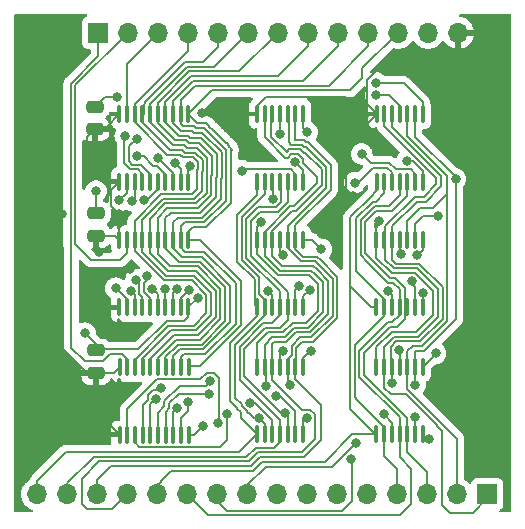
<source format=gbr>
%TF.GenerationSoftware,KiCad,Pcbnew,(6.0.0-0)*%
%TF.CreationDate,2022-01-17T21:16:47-05:00*%
%TF.ProjectId,Modules,4d6f6475-6c65-4732-9e6b-696361645f70,rev?*%
%TF.SameCoordinates,Original*%
%TF.FileFunction,Copper,L1,Top*%
%TF.FilePolarity,Positive*%
%FSLAX46Y46*%
G04 Gerber Fmt 4.6, Leading zero omitted, Abs format (unit mm)*
G04 Created by KiCad (PCBNEW (6.0.0-0)) date 2022-01-17 21:16:47*
%MOMM*%
%LPD*%
G01*
G04 APERTURE LIST*
G04 Aperture macros list*
%AMRoundRect*
0 Rectangle with rounded corners*
0 $1 Rounding radius*
0 $2 $3 $4 $5 $6 $7 $8 $9 X,Y pos of 4 corners*
0 Add a 4 corners polygon primitive as box body*
4,1,4,$2,$3,$4,$5,$6,$7,$8,$9,$2,$3,0*
0 Add four circle primitives for the rounded corners*
1,1,$1+$1,$2,$3*
1,1,$1+$1,$4,$5*
1,1,$1+$1,$6,$7*
1,1,$1+$1,$8,$9*
0 Add four rect primitives between the rounded corners*
20,1,$1+$1,$2,$3,$4,$5,0*
20,1,$1+$1,$4,$5,$6,$7,0*
20,1,$1+$1,$6,$7,$8,$9,0*
20,1,$1+$1,$8,$9,$2,$3,0*%
G04 Aperture macros list end*
%TA.AperFunction,SMDPad,CuDef*%
%ADD10RoundRect,0.250000X0.475000X-0.250000X0.475000X0.250000X-0.475000X0.250000X-0.475000X-0.250000X0*%
%TD*%
%TA.AperFunction,SMDPad,CuDef*%
%ADD11RoundRect,0.100000X0.100000X-0.637500X0.100000X0.637500X-0.100000X0.637500X-0.100000X-0.637500X0*%
%TD*%
%TA.AperFunction,ComponentPad*%
%ADD12O,1.700000X1.700000*%
%TD*%
%TA.AperFunction,ComponentPad*%
%ADD13R,1.700000X1.700000*%
%TD*%
%TA.AperFunction,ViaPad*%
%ADD14C,0.800000*%
%TD*%
%TA.AperFunction,Conductor*%
%ADD15C,0.200000*%
%TD*%
G04 APERTURE END LIST*
D10*
%TO.P,C1,1*%
%TO.N,VCC*%
X202625000Y-71925000D03*
%TO.P,C1,2*%
%TO.N,GND*%
X202625000Y-70025000D03*
%TD*%
D11*
%TO.P,U2,1*%
%TO.N,A0*%
X216350000Y-76362500D03*
%TO.P,U2,2*%
%TO.N,B0*%
X217000000Y-76362500D03*
%TO.P,U2,3*%
%TO.N,Net-(U6-Pad2)*%
X217650000Y-76362500D03*
%TO.P,U2,4*%
%TO.N,A1*%
X218300000Y-76362500D03*
%TO.P,U2,5*%
%TO.N,B1*%
X218950000Y-76362500D03*
%TO.P,U2,6*%
%TO.N,Net-(U6-Pad3)*%
X219600000Y-76362500D03*
%TO.P,U2,7,GND*%
%TO.N,GND*%
X220250000Y-76362500D03*
%TO.P,U2,8*%
%TO.N,Net-(U6-Pad4)*%
X220250000Y-70637500D03*
%TO.P,U2,9*%
%TO.N,A2*%
X219600000Y-70637500D03*
%TO.P,U2,10*%
%TO.N,B2*%
X218950000Y-70637500D03*
%TO.P,U2,11*%
%TO.N,Net-(U6-Pad5)*%
X218300000Y-70637500D03*
%TO.P,U2,12*%
%TO.N,A3*%
X217650000Y-70637500D03*
%TO.P,U2,13*%
%TO.N,B3*%
X217000000Y-70637500D03*
%TO.P,U2,14,VCC*%
%TO.N,VCC*%
X216350000Y-70637500D03*
%TD*%
%TO.P,U7,1*%
%TO.N,A0*%
X216350000Y-97762500D03*
%TO.P,U7,2*%
%TO.N,B0*%
X217000000Y-97762500D03*
%TO.P,U7,3*%
%TO.N,Net-(U1-Pad2)*%
X217650000Y-97762500D03*
%TO.P,U7,4*%
%TO.N,A1*%
X218300000Y-97762500D03*
%TO.P,U7,5*%
%TO.N,B1*%
X218950000Y-97762500D03*
%TO.P,U7,6*%
%TO.N,Net-(U7-Pad6)*%
X219600000Y-97762500D03*
%TO.P,U7,7,GND*%
%TO.N,GND*%
X220250000Y-97762500D03*
%TO.P,U7,8*%
%TO.N,Net-(U7-Pad8)*%
X220250000Y-92037500D03*
%TO.P,U7,9*%
%TO.N,A2*%
X219600000Y-92037500D03*
%TO.P,U7,10*%
%TO.N,B2*%
X218950000Y-92037500D03*
%TO.P,U7,11*%
%TO.N,Net-(U7-Pad11)*%
X218300000Y-92037500D03*
%TO.P,U7,12*%
%TO.N,A3*%
X217650000Y-92037500D03*
%TO.P,U7,13*%
%TO.N,B3*%
X217000000Y-92037500D03*
%TO.P,U7,14,VCC*%
%TO.N,VCC*%
X216350000Y-92037500D03*
%TD*%
%TO.P,U9,1,A->B*%
%TO.N,VCC*%
X204700000Y-87012500D03*
%TO.P,U9,2,A0*%
%TO.N,Net-(U3-Pad3)*%
X205350000Y-87012500D03*
%TO.P,U9,3,A1*%
%TO.N,Net-(U3-Pad6)*%
X206000000Y-87012500D03*
%TO.P,U9,4,A2*%
%TO.N,Net-(U3-Pad8)*%
X206650000Y-87012500D03*
%TO.P,U9,5,A3*%
%TO.N,Net-(U3-Pad11)*%
X207300000Y-87012500D03*
%TO.P,U9,6,A4*%
%TO.N,Net-(U5-Pad3)*%
X207950000Y-87012500D03*
%TO.P,U9,7,A5*%
%TO.N,Net-(U5-Pad6)*%
X208600000Y-87012500D03*
%TO.P,U9,8,A6*%
%TO.N,Net-(U5-Pad8)*%
X209250000Y-87012500D03*
%TO.P,U9,9,A7*%
%TO.N,Net-(U5-Pad11)*%
X209900000Y-87012500D03*
%TO.P,U9,10,GND*%
%TO.N,GND*%
X210550000Y-87012500D03*
%TO.P,U9,11,B7*%
%TO.N,Q7*%
X210550000Y-81287500D03*
%TO.P,U9,12,B6*%
%TO.N,Q6*%
X209900000Y-81287500D03*
%TO.P,U9,13,B5*%
%TO.N,Q5*%
X209250000Y-81287500D03*
%TO.P,U9,14,B4*%
%TO.N,Q4*%
X208600000Y-81287500D03*
%TO.P,U9,15,B3*%
%TO.N,Q3*%
X207950000Y-81287500D03*
%TO.P,U9,16,B2*%
%TO.N,Q2*%
X207300000Y-81287500D03*
%TO.P,U9,17,B1*%
%TO.N,Q1*%
X206650000Y-81287500D03*
%TO.P,U9,18,B0*%
%TO.N,Q0*%
X206000000Y-81287500D03*
%TO.P,U9,19,CE*%
%TO.N,~{OR}*%
X205350000Y-81287500D03*
%TO.P,U9,20,VCC*%
%TO.N,VCC*%
X204700000Y-81287500D03*
%TD*%
%TO.P,U1,1,A->B*%
%TO.N,VCC*%
X204725000Y-97787500D03*
%TO.P,U1,2,A0*%
%TO.N,Net-(U1-Pad2)*%
X205375000Y-97787500D03*
%TO.P,U1,3,A1*%
%TO.N,Net-(U7-Pad6)*%
X206025000Y-97787500D03*
%TO.P,U1,4,A2*%
%TO.N,Net-(U7-Pad8)*%
X206675000Y-97787500D03*
%TO.P,U1,5,A3*%
%TO.N,Net-(U7-Pad11)*%
X207325000Y-97787500D03*
%TO.P,U1,6,A4*%
%TO.N,Net-(U8-Pad3)*%
X207975000Y-97787500D03*
%TO.P,U1,7,A5*%
%TO.N,Net-(U8-Pad6)*%
X208625000Y-97787500D03*
%TO.P,U1,8,A6*%
%TO.N,Net-(U8-Pad8)*%
X209275000Y-97787500D03*
%TO.P,U1,9,A7*%
%TO.N,Net-(U8-Pad11)*%
X209925000Y-97787500D03*
%TO.P,U1,10,GND*%
%TO.N,GND*%
X210575000Y-97787500D03*
%TO.P,U1,11,B7*%
%TO.N,Q7*%
X210575000Y-92062500D03*
%TO.P,U1,12,B6*%
%TO.N,Q6*%
X209925000Y-92062500D03*
%TO.P,U1,13,B5*%
%TO.N,Q5*%
X209275000Y-92062500D03*
%TO.P,U1,14,B4*%
%TO.N,Q4*%
X208625000Y-92062500D03*
%TO.P,U1,15,B3*%
%TO.N,Q3*%
X207975000Y-92062500D03*
%TO.P,U1,16,B2*%
%TO.N,Q2*%
X207325000Y-92062500D03*
%TO.P,U1,17,B1*%
%TO.N,Q1*%
X206675000Y-92062500D03*
%TO.P,U1,18,B0*%
%TO.N,Q0*%
X206025000Y-92062500D03*
%TO.P,U1,19,CE*%
%TO.N,~{XOR}*%
X205375000Y-92062500D03*
%TO.P,U1,20,VCC*%
%TO.N,VCC*%
X204725000Y-92062500D03*
%TD*%
%TO.P,U5,1*%
%TO.N,A4*%
X226475000Y-86987500D03*
%TO.P,U5,2*%
%TO.N,B4*%
X227125000Y-86987500D03*
%TO.P,U5,3*%
%TO.N,Net-(U5-Pad3)*%
X227775000Y-86987500D03*
%TO.P,U5,4*%
%TO.N,A5*%
X228425000Y-86987500D03*
%TO.P,U5,5*%
%TO.N,B5*%
X229075000Y-86987500D03*
%TO.P,U5,6*%
%TO.N,Net-(U5-Pad6)*%
X229725000Y-86987500D03*
%TO.P,U5,7,GND*%
%TO.N,GND*%
X230375000Y-86987500D03*
%TO.P,U5,8*%
%TO.N,Net-(U5-Pad8)*%
X230375000Y-81262500D03*
%TO.P,U5,9*%
%TO.N,A6*%
X229725000Y-81262500D03*
%TO.P,U5,10*%
%TO.N,B6*%
X229075000Y-81262500D03*
%TO.P,U5,11*%
%TO.N,Net-(U5-Pad11)*%
X228425000Y-81262500D03*
%TO.P,U5,12*%
%TO.N,A7*%
X227775000Y-81262500D03*
%TO.P,U5,13*%
%TO.N,B7*%
X227125000Y-81262500D03*
%TO.P,U5,14,VCC*%
%TO.N,VCC*%
X226475000Y-81262500D03*
%TD*%
%TO.P,U6,1,A->B*%
%TO.N,VCC*%
X204700000Y-76362500D03*
%TO.P,U6,2,A0*%
%TO.N,Net-(U6-Pad2)*%
X205350000Y-76362500D03*
%TO.P,U6,3,A1*%
%TO.N,Net-(U6-Pad3)*%
X206000000Y-76362500D03*
%TO.P,U6,4,A2*%
%TO.N,Net-(U6-Pad4)*%
X206650000Y-76362500D03*
%TO.P,U6,5,A3*%
%TO.N,Net-(U6-Pad5)*%
X207300000Y-76362500D03*
%TO.P,U6,6,A4*%
%TO.N,Net-(U6-Pad6)*%
X207950000Y-76362500D03*
%TO.P,U6,7,A5*%
%TO.N,Net-(U6-Pad7)*%
X208600000Y-76362500D03*
%TO.P,U6,8,A6*%
%TO.N,Net-(U6-Pad8)*%
X209250000Y-76362500D03*
%TO.P,U6,9,A7*%
%TO.N,Net-(U6-Pad9)*%
X209900000Y-76362500D03*
%TO.P,U6,10,GND*%
%TO.N,GND*%
X210550000Y-76362500D03*
%TO.P,U6,11,B7*%
%TO.N,Q7*%
X210550000Y-70637500D03*
%TO.P,U6,12,B6*%
%TO.N,Q6*%
X209900000Y-70637500D03*
%TO.P,U6,13,B5*%
%TO.N,Q5*%
X209250000Y-70637500D03*
%TO.P,U6,14,B4*%
%TO.N,Q4*%
X208600000Y-70637500D03*
%TO.P,U6,15,B3*%
%TO.N,Q3*%
X207950000Y-70637500D03*
%TO.P,U6,16,B2*%
%TO.N,Q2*%
X207300000Y-70637500D03*
%TO.P,U6,17,B1*%
%TO.N,Q1*%
X206650000Y-70637500D03*
%TO.P,U6,18,B0*%
%TO.N,Q0*%
X206000000Y-70637500D03*
%TO.P,U6,19,CE*%
%TO.N,~{AND}*%
X205350000Y-70637500D03*
%TO.P,U6,20,VCC*%
%TO.N,VCC*%
X204700000Y-70637500D03*
%TD*%
D10*
%TO.P,C3,1*%
%TO.N,VCC*%
X202725000Y-92550000D03*
%TO.P,C3,2*%
%TO.N,GND*%
X202725000Y-90650000D03*
%TD*%
D11*
%TO.P,U8,1*%
%TO.N,A4*%
X226475000Y-97762500D03*
%TO.P,U8,2*%
%TO.N,B4*%
X227125000Y-97762500D03*
%TO.P,U8,3*%
%TO.N,Net-(U8-Pad3)*%
X227775000Y-97762500D03*
%TO.P,U8,4*%
%TO.N,A5*%
X228425000Y-97762500D03*
%TO.P,U8,5*%
%TO.N,B5*%
X229075000Y-97762500D03*
%TO.P,U8,6*%
%TO.N,Net-(U8-Pad6)*%
X229725000Y-97762500D03*
%TO.P,U8,7,GND*%
%TO.N,GND*%
X230375000Y-97762500D03*
%TO.P,U8,8*%
%TO.N,Net-(U8-Pad8)*%
X230375000Y-92037500D03*
%TO.P,U8,9*%
%TO.N,A6*%
X229725000Y-92037500D03*
%TO.P,U8,10*%
%TO.N,B6*%
X229075000Y-92037500D03*
%TO.P,U8,11*%
%TO.N,Net-(U8-Pad11)*%
X228425000Y-92037500D03*
%TO.P,U8,12*%
%TO.N,A7*%
X227775000Y-92037500D03*
%TO.P,U8,13*%
%TO.N,B7*%
X227125000Y-92037500D03*
%TO.P,U8,14,VCC*%
%TO.N,VCC*%
X226475000Y-92037500D03*
%TD*%
D10*
%TO.P,C2,1*%
%TO.N,VCC*%
X202725000Y-80950000D03*
%TO.P,C2,2*%
%TO.N,GND*%
X202725000Y-79050000D03*
%TD*%
D11*
%TO.P,U4,1*%
%TO.N,A4*%
X226500000Y-76362500D03*
%TO.P,U4,2*%
%TO.N,B4*%
X227150000Y-76362500D03*
%TO.P,U4,3*%
%TO.N,Net-(U6-Pad6)*%
X227800000Y-76362500D03*
%TO.P,U4,4*%
%TO.N,A5*%
X228450000Y-76362500D03*
%TO.P,U4,5*%
%TO.N,B5*%
X229100000Y-76362500D03*
%TO.P,U4,6*%
%TO.N,Net-(U6-Pad7)*%
X229750000Y-76362500D03*
%TO.P,U4,7,GND*%
%TO.N,GND*%
X230400000Y-76362500D03*
%TO.P,U4,8*%
%TO.N,Net-(U6-Pad8)*%
X230400000Y-70637500D03*
%TO.P,U4,9*%
%TO.N,A6*%
X229750000Y-70637500D03*
%TO.P,U4,10*%
%TO.N,B6*%
X229100000Y-70637500D03*
%TO.P,U4,11*%
%TO.N,Net-(U6-Pad9)*%
X228450000Y-70637500D03*
%TO.P,U4,12*%
%TO.N,A7*%
X227800000Y-70637500D03*
%TO.P,U4,13*%
%TO.N,B7*%
X227150000Y-70637500D03*
%TO.P,U4,14,VCC*%
%TO.N,VCC*%
X226500000Y-70637500D03*
%TD*%
%TO.P,U3,1*%
%TO.N,A0*%
X216350000Y-87012500D03*
%TO.P,U3,2*%
%TO.N,B0*%
X217000000Y-87012500D03*
%TO.P,U3,3*%
%TO.N,Net-(U3-Pad3)*%
X217650000Y-87012500D03*
%TO.P,U3,4*%
%TO.N,A1*%
X218300000Y-87012500D03*
%TO.P,U3,5*%
%TO.N,B1*%
X218950000Y-87012500D03*
%TO.P,U3,6*%
%TO.N,Net-(U3-Pad6)*%
X219600000Y-87012500D03*
%TO.P,U3,7,GND*%
%TO.N,GND*%
X220250000Y-87012500D03*
%TO.P,U3,8*%
%TO.N,Net-(U3-Pad8)*%
X220250000Y-81287500D03*
%TO.P,U3,9*%
%TO.N,A2*%
X219600000Y-81287500D03*
%TO.P,U3,10*%
%TO.N,B2*%
X218950000Y-81287500D03*
%TO.P,U3,11*%
%TO.N,Net-(U3-Pad11)*%
X218300000Y-81287500D03*
%TO.P,U3,12*%
%TO.N,A3*%
X217650000Y-81287500D03*
%TO.P,U3,13*%
%TO.N,B3*%
X217000000Y-81287500D03*
%TO.P,U3,14,VCC*%
%TO.N,VCC*%
X216350000Y-81287500D03*
%TD*%
D12*
%TO.P,J1,16,Pin_16*%
%TO.N,A0*%
X197750000Y-102825000D03*
%TO.P,J1,15,Pin_15*%
%TO.N,A1*%
X200290000Y-102825000D03*
%TO.P,J1,14,Pin_14*%
%TO.N,A2*%
X202830000Y-102825000D03*
%TO.P,J1,13,Pin_13*%
%TO.N,A3*%
X205370000Y-102825000D03*
%TO.P,J1,12,Pin_12*%
%TO.N,A4*%
X207910000Y-102825000D03*
%TO.P,J1,11,Pin_11*%
%TO.N,A5*%
X210450000Y-102825000D03*
%TO.P,J1,10,Pin_10*%
%TO.N,A6*%
X212990000Y-102825000D03*
%TO.P,J1,9,Pin_9*%
%TO.N,A7*%
X215530000Y-102825000D03*
%TO.P,J1,8,Pin_8*%
%TO.N,B0*%
X218070000Y-102825000D03*
%TO.P,J1,7,Pin_7*%
%TO.N,B1*%
X220610000Y-102825000D03*
%TO.P,J1,6,Pin_6*%
%TO.N,B2*%
X223150000Y-102825000D03*
%TO.P,J1,5,Pin_5*%
%TO.N,B3*%
X225690000Y-102825000D03*
%TO.P,J1,4,Pin_4*%
%TO.N,B4*%
X228230000Y-102825000D03*
%TO.P,J1,3,Pin_3*%
%TO.N,B5*%
X230770000Y-102825000D03*
%TO.P,J1,2,Pin_2*%
%TO.N,B6*%
X233310000Y-102825000D03*
D13*
%TO.P,J1,1,Pin_1*%
%TO.N,B7*%
X235850000Y-102825000D03*
%TD*%
%TO.P,JC,1,Pin_1*%
%TO.N,~{XOR}*%
X202900000Y-63750000D03*
D12*
%TO.P,JC,2,Pin_2*%
%TO.N,~{OR}*%
X205440000Y-63750000D03*
%TO.P,JC,3,Pin_3*%
%TO.N,~{AND}*%
X207980000Y-63750000D03*
%TO.P,JC,4,Pin_4*%
%TO.N,Q0*%
X210520000Y-63750000D03*
%TO.P,JC,5,Pin_5*%
%TO.N,Q1*%
X213060000Y-63750000D03*
%TO.P,JC,6,Pin_6*%
%TO.N,Q2*%
X215600000Y-63750000D03*
%TO.P,JC,7,Pin_7*%
%TO.N,Q3*%
X218140000Y-63750000D03*
%TO.P,JC,8,Pin_8*%
%TO.N,Q4*%
X220680000Y-63750000D03*
%TO.P,JC,9,Pin_9*%
%TO.N,Q5*%
X223220000Y-63750000D03*
%TO.P,JC,10,Pin_10*%
%TO.N,Q6*%
X225760000Y-63750000D03*
%TO.P,JC,11,Pin_11*%
%TO.N,Q7*%
X228300000Y-63750000D03*
%TO.P,JC,12,Pin_12*%
%TO.N,GND*%
X230840000Y-63750000D03*
%TO.P,JC,13,Pin_13*%
%TO.N,VCC*%
X233380000Y-63750000D03*
%TD*%
D14*
%TO.N,Net-(U3-Pad3)*%
X217250000Y-85575000D03*
X204400000Y-85375000D03*
%TO.N,Net-(U3-Pad6)*%
X205700000Y-85575000D03*
X219875000Y-85150000D03*
%TO.N,Net-(U3-Pad8)*%
X221812456Y-82096618D03*
X206125000Y-84650000D03*
%TO.N,Net-(U3-Pad11)*%
X218524210Y-82544001D03*
X207078109Y-84349018D03*
%TO.N,Net-(U5-Pad3)*%
X227454048Y-85599021D03*
X207506526Y-85417283D03*
%TO.N,Net-(U5-Pad6)*%
X229450000Y-84800000D03*
X208551743Y-85473257D03*
%TO.N,Net-(U5-Pad8)*%
X209550000Y-85421083D03*
X229925000Y-82601978D03*
%TO.N,Net-(U5-Pad11)*%
X210625000Y-85500000D03*
X228531181Y-82470232D03*
%TO.N,A6*%
X233173032Y-76126968D03*
X231700000Y-79225000D03*
%TO.N,Net-(U6-Pad2)*%
X204700000Y-77950000D03*
X217675000Y-77800000D03*
%TO.N,Net-(U6-Pad3)*%
X215050000Y-75425000D03*
X205798208Y-77966036D03*
%TO.N,Net-(U6-Pad6)*%
X224625000Y-76449500D03*
X206794201Y-77882359D03*
%TO.N,Net-(U6-Pad7)*%
X206221293Y-74226470D03*
X225224260Y-74011487D03*
%TO.N,Net-(U6-Pad8)*%
X208000000Y-74325000D03*
X226450000Y-68000000D03*
%TO.N,Net-(U6-Pad9)*%
X209410744Y-74771080D03*
X226400000Y-69050000D03*
%TO.N,Net-(U6-Pad4)*%
X205197388Y-72491926D03*
X220599507Y-72165028D03*
%TO.N,Net-(U6-Pad5)*%
X218307122Y-72307122D03*
X206174058Y-72704344D03*
%TO.N,VCC*%
X205581695Y-83754062D03*
X202950000Y-82275000D03*
X199875989Y-79100000D03*
X204700000Y-79100000D03*
X202000000Y-73675000D03*
X211700000Y-70550000D03*
X216729373Y-79779852D03*
%TO.N,GND*%
X204475000Y-69200000D03*
X202725000Y-77150000D03*
X201792878Y-89182122D03*
X229025527Y-74625980D03*
X219549701Y-74710987D03*
X210661637Y-75015550D03*
X230424500Y-85816167D03*
X220825000Y-85500000D03*
X211331755Y-86206755D03*
%TO.N,Net-(U8-Pad3)*%
X227081686Y-96067442D03*
X212400000Y-93250000D03*
%TO.N,GND*%
X211775000Y-97025000D03*
X220550000Y-96350000D03*
X230925500Y-98113583D03*
%TO.N,Net-(U8-Pad6)*%
X229770689Y-96322831D03*
X212332933Y-94322249D03*
%TO.N,VCC*%
X226725000Y-79650000D03*
X224525000Y-77600000D03*
%TO.N,Net-(U1-Pad2)*%
X215761131Y-95099625D03*
X213050000Y-96775000D03*
%TO.N,Net-(U7-Pad6)*%
X218005098Y-94523545D03*
X213835756Y-96035756D03*
%TO.N,Net-(U7-Pad8)*%
X208246109Y-93800849D03*
X220900000Y-90725000D03*
%TO.N,Net-(U7-Pad11)*%
X207825500Y-94722353D03*
X218587075Y-90736125D03*
%TO.N,Net-(U8-Pad11)*%
X228375500Y-90649011D03*
X210499643Y-95021749D03*
%TO.N,Net-(U8-Pad8)*%
X231475989Y-90903304D03*
X209624011Y-95516798D03*
%TO.N,B3*%
X217117579Y-93650499D03*
%TO.N,B2*%
X219166133Y-93616132D03*
%TO.N,B1*%
X218711789Y-95922546D03*
%TO.N,B0*%
X216501821Y-96403994D03*
%TO.N,A7*%
X227824500Y-93375000D03*
X224705378Y-98455378D03*
%TO.N,A6*%
X229774500Y-93575000D03*
X224350000Y-99800000D03*
%TD*%
D15*
%TO.N,Q7*%
X212565435Y-68622065D02*
X210550000Y-70637500D01*
X224212941Y-68622065D02*
X212565435Y-68622065D01*
X225275490Y-67559516D02*
X224212941Y-68622065D01*
%TO.N,VCC*%
X225650000Y-67750000D02*
X225650000Y-69787500D01*
%TO.N,Q7*%
X225275490Y-66774510D02*
X225275490Y-67559516D01*
X228300000Y-63750000D02*
X225275490Y-66774510D01*
%TO.N,VCC*%
X233380000Y-63750000D02*
X233380000Y-65095000D01*
X233380000Y-65095000D02*
X231650000Y-66825000D01*
X231650000Y-66825000D02*
X226575000Y-66825000D01*
X226575000Y-66825000D02*
X225650000Y-67750000D01*
X225650000Y-69787500D02*
X226500000Y-70637500D01*
%TO.N,B6*%
X233310000Y-98120007D02*
X229075000Y-93885007D01*
%TO.N,GND*%
X230375000Y-97762500D02*
X230726083Y-98113583D01*
%TO.N,B6*%
X229075000Y-93885007D02*
X229075000Y-92037500D01*
%TO.N,B7*%
X232050000Y-97450000D02*
X231625000Y-97025000D01*
%TO.N,B6*%
X233310000Y-102025000D02*
X233310000Y-98120007D01*
%TO.N,GND*%
X230726083Y-98113583D02*
X230925500Y-98113583D01*
%TO.N,B7*%
X229000000Y-94375000D02*
X227675000Y-94375000D01*
X235850000Y-102825000D02*
X235850000Y-103150000D01*
X235850000Y-103150000D02*
X234625000Y-104375000D01*
X232725000Y-104375000D02*
X232050000Y-103700000D01*
X234625000Y-104375000D02*
X232725000Y-104375000D01*
X227675000Y-94375000D02*
X227125000Y-93825000D01*
X232050000Y-103700000D02*
X232050000Y-97450000D01*
X231625000Y-97025000D02*
X231625000Y-97000000D01*
X231625000Y-97000000D02*
X229000000Y-94375000D01*
X227125000Y-93825000D02*
X227125000Y-92037500D01*
%TO.N,~{XOR}*%
X200650490Y-81890484D02*
X200575489Y-81815482D01*
X203952138Y-90925000D02*
X203302138Y-91575000D01*
%TO.N,~{OR}*%
X200975000Y-68215000D02*
X200975000Y-81650000D01*
%TO.N,VCC*%
X202000000Y-92550000D02*
X199875989Y-90425989D01*
X199875989Y-90425989D02*
X199875989Y-79100000D01*
%TO.N,~{XOR}*%
X203302138Y-91575000D02*
X201825000Y-91575000D01*
X205375000Y-91364994D02*
X204935006Y-90925000D01*
X204935006Y-90925000D02*
X203952138Y-90925000D01*
%TO.N,VCC*%
X202725000Y-92550000D02*
X202000000Y-92550000D01*
%TO.N,~{XOR}*%
X205375000Y-92062500D02*
X205375000Y-91364994D01*
X200575490Y-68049516D02*
X202900000Y-65725006D01*
X202900000Y-65725006D02*
X202900000Y-63750000D01*
X201825000Y-91575000D02*
X200650490Y-90400490D01*
%TO.N,~{OR}*%
X205350000Y-82400000D02*
X205350000Y-81287500D01*
%TO.N,~{XOR}*%
X200575489Y-81815482D02*
X200575490Y-68049516D01*
X200650490Y-90400490D02*
X200650490Y-81890484D01*
%TO.N,~{OR}*%
X205440000Y-63750000D02*
X200975000Y-68215000D01*
X200975000Y-81650000D02*
X202299501Y-82974501D01*
X202299501Y-82974501D02*
X204775499Y-82974501D01*
X204775499Y-82974501D02*
X205350000Y-82400000D01*
%TO.N,A6*%
X212990000Y-102825000D02*
X212990000Y-103365000D01*
X212990000Y-103365000D02*
X213825000Y-104200000D01*
X213825000Y-104200000D02*
X223575000Y-104200000D01*
X224375000Y-99825000D02*
X224350000Y-99800000D01*
X223575000Y-104200000D02*
X224375000Y-103400000D01*
X224375000Y-103400000D02*
X224375000Y-99825000D01*
%TO.N,A5*%
X228425000Y-99675000D02*
X228425000Y-97762500D01*
X229425000Y-103675000D02*
X229425000Y-100675000D01*
X228500489Y-104599511D02*
X229425000Y-103675000D01*
X210450000Y-102825000D02*
X212224511Y-104599511D01*
X212224511Y-104599511D02*
X228500489Y-104599511D01*
X229425000Y-100675000D02*
X228425000Y-99675000D01*
%TO.N,A4*%
X226475000Y-97762500D02*
X226468377Y-97755877D01*
X226468377Y-97755877D02*
X224415634Y-97755877D01*
X224415634Y-97755877D02*
X222096022Y-100075489D01*
X222096022Y-100075489D02*
X216809520Y-100075489D01*
X209086957Y-100848043D02*
X208225000Y-101710000D01*
X207910000Y-102065000D02*
X207910000Y-102825000D01*
X216809520Y-100075489D02*
X216036966Y-100848043D01*
X208225000Y-101750000D02*
X207910000Y-102065000D01*
X216036966Y-100848043D02*
X209086957Y-100848043D01*
X208225000Y-101710000D02*
X208225000Y-101750000D01*
%TO.N,A0*%
X197750000Y-101675000D02*
X197750000Y-102825000D01*
%TO.N,A1*%
X218300000Y-97762500D02*
X218300000Y-98415006D01*
X218300000Y-98415006D02*
X217838049Y-98876957D01*
X202525489Y-99649511D02*
X200290000Y-101885000D01*
X200290000Y-101885000D02*
X200290000Y-102825000D01*
X215465513Y-99649511D02*
X202525489Y-99649511D01*
X217838049Y-98876957D02*
X216238067Y-98876957D01*
X216238067Y-98876957D02*
X215465513Y-99649511D01*
%TO.N,A0*%
X197750000Y-101675000D02*
X200175000Y-99250000D01*
X214862500Y-99250000D02*
X216350000Y-97762500D01*
X200175000Y-99250000D02*
X214862500Y-99250000D01*
%TO.N,A2*%
X202830000Y-102825000D02*
X202830000Y-101595000D01*
X202830000Y-101595000D02*
X203976468Y-100448532D01*
X215871484Y-100448532D02*
X216644037Y-99675978D01*
X203976468Y-100448532D02*
X215871484Y-100448532D01*
X216644037Y-99675978D02*
X220344034Y-99675978D01*
X220344034Y-99675978D02*
X221799011Y-98221001D01*
X221799011Y-98221001D02*
X221799011Y-95259766D01*
X221799011Y-95259766D02*
X219600000Y-93060755D01*
X219600000Y-93060755D02*
X219600000Y-92037500D01*
%TO.N,A3*%
X201525000Y-101525000D02*
X201525000Y-103625000D01*
X201525000Y-103625000D02*
X202000000Y-104100000D01*
X202000000Y-104100000D02*
X204095000Y-104100000D01*
X204095000Y-104100000D02*
X205370000Y-102825000D01*
%TO.N,A7*%
X217080000Y-100475000D02*
X222685756Y-100475000D01*
X222685756Y-100475000D02*
X224705378Y-98455378D01*
X215530000Y-102025000D02*
X217080000Y-100475000D01*
%TO.N,VCC*%
X204700000Y-70637500D02*
X203625000Y-71712500D01*
X203625000Y-71712500D02*
X202837500Y-71712500D01*
X202625000Y-71925000D02*
X202000000Y-72550000D01*
X202000000Y-72550000D02*
X202000000Y-73675000D01*
%TO.N,GND*%
X203450000Y-69200000D02*
X204475000Y-69200000D01*
X202625000Y-70025000D02*
X203450000Y-69200000D01*
%TO.N,Q6*%
X209900000Y-70637500D02*
X209900000Y-69449970D01*
X211127416Y-68222554D02*
X222412446Y-68222554D01*
X209900000Y-69449970D02*
X211127416Y-68222554D01*
X222412446Y-68222554D02*
X225760000Y-64875000D01*
X225760000Y-64875000D02*
X225760000Y-63750000D01*
%TO.N,Q5*%
X223220000Y-63750000D02*
X223220000Y-64875000D01*
X223220000Y-64875000D02*
X220271956Y-67823044D01*
X220271956Y-67823044D02*
X210961932Y-67823044D01*
X210961932Y-67823044D02*
X209250001Y-69534975D01*
X209250001Y-69534975D02*
X209250000Y-70637500D01*
%TO.N,Q4*%
X220680000Y-63750000D02*
X220680000Y-64875000D01*
X208600000Y-69619982D02*
X208600000Y-70637500D01*
X220680000Y-64875000D02*
X218131467Y-67423533D01*
X218131467Y-67423533D02*
X210796449Y-67423533D01*
X210796449Y-67423533D02*
X208600000Y-69619982D01*
%TO.N,Q3*%
X218140000Y-63750000D02*
X214865978Y-67024022D01*
X214865978Y-67024022D02*
X210630966Y-67024022D01*
X207950000Y-69704988D02*
X207950000Y-70637500D01*
X210630966Y-67024022D02*
X207950000Y-69704988D01*
%TO.N,Q2*%
X215600000Y-63750000D02*
X212725489Y-66624511D01*
X207300000Y-69789994D02*
X207300000Y-70637500D01*
X212725489Y-66624511D02*
X210465483Y-66624511D01*
X210465483Y-66624511D02*
X207300000Y-69789994D01*
%TO.N,Q1*%
X206800480Y-69834514D02*
X206800480Y-70637500D01*
X206900480Y-69624508D02*
X206900480Y-69734514D01*
X213060000Y-63750000D02*
X213060000Y-64965000D01*
X213060000Y-64965000D02*
X211800009Y-66224991D01*
X206900480Y-69734514D02*
X206800480Y-69834514D01*
X211800009Y-66224991D02*
X210299996Y-66224992D01*
X210299996Y-66224992D02*
X206900480Y-69624508D01*
X206800480Y-70637500D02*
X206650000Y-70637500D01*
%TO.N,Q0*%
X210520000Y-63750000D02*
X210520000Y-65305000D01*
X210520000Y-65305000D02*
X206000000Y-69825000D01*
X206000000Y-69825000D02*
X206000000Y-70637500D01*
%TO.N,~{AND}*%
X205350000Y-70637500D02*
X205350000Y-66380000D01*
X205350000Y-66380000D02*
X207980000Y-63750000D01*
%TO.N,A4*%
X226475000Y-86987500D02*
X225987500Y-86987500D01*
X225987500Y-86987500D02*
X224225000Y-85225000D01*
%TO.N,Net-(U6-Pad7)*%
X227575000Y-74775000D02*
X225987773Y-74775000D01*
X228125480Y-75325480D02*
X227575000Y-74775000D01*
X229750000Y-75709994D02*
X229365486Y-75325480D01*
X229750000Y-76362500D02*
X229750000Y-75709994D01*
X225987773Y-74775000D02*
X225224260Y-74011487D01*
X229365486Y-75325480D02*
X228125480Y-75325480D01*
%TO.N,Net-(U6-Pad6)*%
X227400000Y-75175000D02*
X226175000Y-75175000D01*
X227800000Y-76362500D02*
X227800000Y-75575000D01*
X227800000Y-75575000D02*
X227400000Y-75175000D01*
X226175000Y-75175000D02*
X224900500Y-76449500D01*
X224900500Y-76449500D02*
X224625000Y-76449500D01*
%TO.N,B4*%
X227125000Y-77325000D02*
X226411520Y-78038480D01*
X227100490Y-87732026D02*
X224625978Y-90206538D01*
X227125000Y-76425000D02*
X227125000Y-77325000D01*
X226144032Y-78038480D02*
X224725978Y-79456536D01*
X224725978Y-83935972D02*
X227100490Y-86310484D01*
X227100490Y-86310484D02*
X227100490Y-87732026D01*
X224725978Y-79456536D02*
X224725978Y-83935972D01*
X224625978Y-90206538D02*
X224625978Y-94615223D01*
X224835755Y-94825000D02*
X224850000Y-94825000D01*
X226411520Y-78038480D02*
X226144032Y-78038480D01*
X224850000Y-94825000D02*
X227125000Y-97100000D01*
X224625978Y-94615223D02*
X224835755Y-94825000D01*
X227125000Y-97100000D02*
X227125000Y-97825000D01*
%TO.N,A7*%
X227775000Y-71720012D02*
X231950978Y-75895991D01*
%TO.N,B5*%
X228924520Y-87959730D02*
X228208761Y-88675489D01*
%TO.N,B7*%
X231551467Y-76571039D02*
X230472017Y-77650489D01*
%TO.N,A5*%
X227419032Y-88275980D02*
X225025490Y-90669523D01*
%TO.N,A7*%
X229879238Y-78050000D02*
X227800499Y-80128739D01*
X227800499Y-83014740D02*
X228087236Y-83301477D01*
%TO.N,A5*%
X228425000Y-87670014D02*
X227819035Y-88275979D01*
%TO.N,B5*%
X226075489Y-82984709D02*
X226075489Y-82984713D01*
%TO.N,A5*%
X225125489Y-79622018D02*
X225125490Y-82599704D01*
%TO.N,B5*%
X225425001Y-92745762D02*
X229075000Y-96395761D01*
X226075489Y-82984713D02*
X227590790Y-84500010D01*
%TO.N,A5*%
X228425000Y-96310755D02*
X228425000Y-97825000D01*
%TO.N,A7*%
X227675999Y-92000999D02*
X227775000Y-92100000D01*
%TO.N,B5*%
X227820013Y-78837500D02*
X226475000Y-78837500D01*
%TO.N,A5*%
X225675978Y-83150192D02*
X225675978Y-83150197D01*
X228425000Y-77525000D02*
X227512010Y-78437990D01*
X225025490Y-90669523D02*
X225025491Y-92911246D01*
%TO.N,B5*%
X227584516Y-88675490D02*
X225425001Y-90835005D01*
%TO.N,A5*%
X225910007Y-83384224D02*
X225910010Y-83384224D01*
%TO.N,A7*%
X232074021Y-87980966D02*
X230180966Y-89874021D01*
X230637499Y-78050000D02*
X229879238Y-78050000D01*
%TO.N,A5*%
X228425000Y-85460755D02*
X228425000Y-87670014D01*
%TO.N,B5*%
X228924520Y-85395281D02*
X228924520Y-87959730D01*
%TO.N,A5*%
X225910010Y-83384224D02*
X227425308Y-84899521D01*
%TO.N,VCC*%
X227756272Y-84100499D02*
X229764744Y-84100499D01*
%TO.N,B5*%
X225525000Y-82434220D02*
X226075489Y-82984709D01*
%TO.N,B7*%
X227229879Y-80134366D02*
X227229879Y-83009114D01*
%TO.N,A7*%
X227675999Y-90338238D02*
X227675999Y-92000999D01*
%TO.N,VCC*%
X227750000Y-89075000D02*
X226475000Y-90350000D01*
%TO.N,Net-(U5-Pad3)*%
X227775000Y-86987500D02*
X227775000Y-85919973D01*
%TO.N,A5*%
X226309516Y-78437990D02*
X225125489Y-79622018D01*
X227863766Y-84899521D02*
X228425000Y-85460755D01*
%TO.N,B7*%
X230472017Y-77650489D02*
X229713754Y-77650490D01*
%TO.N,B5*%
X225425001Y-90835005D02*
X225425001Y-92745762D01*
%TO.N,A5*%
X225125490Y-82599704D02*
X225675978Y-83150192D01*
%TO.N,B5*%
X228029249Y-84500010D02*
X228924520Y-85395281D01*
%TO.N,A5*%
X228425000Y-76425000D02*
X228425000Y-77525000D01*
X227819035Y-88275979D02*
X227419032Y-88275980D01*
%TO.N,VCC*%
X231275000Y-85610755D02*
X231275000Y-87650000D01*
%TO.N,B5*%
X229075000Y-76425000D02*
X229075000Y-77582513D01*
%TO.N,VCC*%
X229850000Y-89075000D02*
X227750000Y-89075000D01*
%TO.N,B5*%
X227590790Y-84500010D02*
X228029249Y-84500010D01*
%TO.N,A5*%
X225025491Y-92911246D02*
X228425000Y-96310755D01*
%TO.N,B7*%
X227125000Y-71635006D02*
X231551467Y-76061473D01*
%TO.N,VCC*%
X231275000Y-87650000D02*
X229850000Y-89075000D01*
X229764744Y-84100499D02*
X231275000Y-85610755D01*
X226475000Y-81262500D02*
X226475000Y-82819229D01*
%TO.N,B7*%
X227229879Y-83009114D02*
X227921754Y-83700988D01*
%TO.N,A7*%
X231950977Y-76736523D02*
X230637499Y-78050000D01*
%TO.N,VCC*%
X226475000Y-90350000D02*
X226475000Y-92037500D01*
%TO.N,A7*%
X232074021Y-85279788D02*
X232074021Y-87980966D01*
%TO.N,A5*%
X227512010Y-78437990D02*
X226309516Y-78437990D01*
%TO.N,B7*%
X229713754Y-77650490D02*
X227229879Y-80134366D01*
X227921754Y-83700988D02*
X229930228Y-83700989D01*
%TO.N,VCC*%
X226475000Y-82819229D02*
X227756272Y-84100499D01*
%TO.N,Net-(U5-Pad3)*%
X227775000Y-85919973D02*
X227454048Y-85599021D01*
%TO.N,B7*%
X229930228Y-83700989D02*
X231674511Y-85445275D01*
%TO.N,A7*%
X230095712Y-83301479D02*
X232074021Y-85279788D01*
X228087236Y-83301477D02*
X230095712Y-83301479D01*
%TO.N,B7*%
X231551467Y-76061473D02*
X231551467Y-76571039D01*
%TO.N,A7*%
X227800499Y-80128739D02*
X227800499Y-83014740D01*
%TO.N,B7*%
X227125000Y-70700000D02*
X227125000Y-71635006D01*
%TO.N,B5*%
X229075000Y-77582513D02*
X227820013Y-78837500D01*
X228208761Y-88675489D02*
X227584516Y-88675490D01*
%TO.N,A5*%
X227425308Y-84899521D02*
X227863766Y-84899521D01*
%TO.N,B5*%
X229075000Y-96395761D02*
X229075000Y-97825000D01*
X226475000Y-78837500D02*
X225525000Y-79787500D01*
%TO.N,A7*%
X230180966Y-89874021D02*
X228140216Y-89874021D01*
X228140216Y-89874021D02*
X227675999Y-90338238D01*
%TO.N,B5*%
X225525000Y-79787500D02*
X225525000Y-82434220D01*
%TO.N,A5*%
X225675978Y-83150197D02*
X225910007Y-83384224D01*
%TO.N,A7*%
X227775000Y-70700000D02*
X227775000Y-71720012D01*
X231950978Y-75895991D02*
X231950977Y-76736523D01*
%TO.N,Net-(U7-Pad6)*%
X219600000Y-97762500D02*
X219600000Y-95813072D01*
X219600000Y-95813072D02*
X218310473Y-94523545D01*
X218310473Y-94523545D02*
X218005098Y-94523545D01*
%TO.N,B1*%
X218376785Y-95922546D02*
X218711789Y-95922546D01*
X216936448Y-88848558D02*
X215300001Y-90485005D01*
X218950000Y-87012500D02*
X218950000Y-88040971D01*
X218950000Y-96160757D02*
X218711789Y-95922546D01*
X218950000Y-97762500D02*
X218950000Y-96160757D01*
%TO.N,A1*%
X216904020Y-88325979D02*
X216780968Y-88449031D01*
X218300000Y-96500000D02*
X218300000Y-97762500D01*
%TO.N,B1*%
X215300001Y-90485005D02*
X215300001Y-92845762D01*
%TO.N,A1*%
X218300000Y-87670014D02*
X217644035Y-88325979D01*
X214900490Y-90319523D02*
X214900490Y-93110497D01*
%TO.N,B1*%
X217069503Y-88725489D02*
X216946434Y-88848558D01*
%TO.N,A1*%
X216770982Y-88449030D02*
X214900490Y-90319523D01*
%TO.N,B1*%
X218950000Y-88040971D02*
X218265482Y-88725489D01*
X215300001Y-92845762D02*
X218376785Y-95922546D01*
X216946434Y-88848558D02*
X216936448Y-88848558D01*
%TO.N,A1*%
X218300000Y-87012500D02*
X218300000Y-87670014D01*
%TO.N,B1*%
X218265482Y-88725489D02*
X217069503Y-88725489D01*
%TO.N,A1*%
X217644035Y-88325979D02*
X216904020Y-88325979D01*
X216780968Y-88449031D02*
X216770982Y-88449030D01*
X214900490Y-93110497D02*
X217864993Y-96075000D01*
X217864993Y-96075000D02*
X217875000Y-96075000D01*
X217875000Y-96075000D02*
X218300000Y-96500000D01*
%TO.N,Net-(U1-Pad2)*%
X217650000Y-97762500D02*
X217650000Y-96532145D01*
X216217480Y-95099625D02*
X215761131Y-95099625D01*
X217650000Y-96532145D02*
X216217480Y-95099625D01*
%TO.N,B3*%
X217117579Y-92155079D02*
X217117579Y-93650499D01*
X217000000Y-92037500D02*
X217117579Y-92155079D01*
%TO.N,A3*%
X220153556Y-99276467D02*
X221249501Y-98180522D01*
X215706000Y-100049022D02*
X216478555Y-99276467D01*
X201525000Y-101525000D02*
X203000978Y-100049022D01*
X203000978Y-100049022D02*
X215706000Y-100049022D01*
X221249501Y-96060256D02*
X220839744Y-95650499D01*
X221249501Y-98180522D02*
X221249501Y-96060256D01*
X220131823Y-95650499D02*
X217650000Y-93168676D01*
X217650000Y-93168676D02*
X217650000Y-92037500D01*
X220839744Y-95650499D02*
X220131823Y-95650499D01*
X216478555Y-99276467D02*
X220153556Y-99276467D01*
%TO.N,Net-(U7-Pad6)*%
X206409514Y-98824520D02*
X213225480Y-98824520D01*
%TO.N,B0*%
X215629801Y-95928290D02*
X215639038Y-95937527D01*
X217000000Y-87012500D02*
X217000000Y-87665006D01*
%TO.N,Net-(U7-Pad6)*%
X213225480Y-98824520D02*
X213835756Y-98214244D01*
%TO.N,B0*%
X216615486Y-88049520D02*
X216605498Y-88049520D01*
%TO.N,A0*%
X214675639Y-95542130D02*
X214675640Y-95568373D01*
%TO.N,B0*%
X214500978Y-94640223D02*
X215061630Y-95200875D01*
%TO.N,Net-(U7-Pad6)*%
X206025000Y-98440006D02*
X206409514Y-98824520D01*
%TO.N,B0*%
X215626792Y-95928290D02*
X215629801Y-95928290D01*
X215543118Y-95861183D02*
X215555436Y-95873501D01*
X215540116Y-95861183D02*
X215543118Y-95861183D01*
X215061630Y-95389369D02*
X215484907Y-95812646D01*
X215061630Y-95200875D02*
X215061630Y-95389369D01*
X214500978Y-90154038D02*
X214500978Y-94640223D01*
X216139749Y-96403994D02*
X216501821Y-96403994D01*
%TO.N,Net-(U7-Pad6)*%
X213835756Y-98214244D02*
X213835756Y-96035756D01*
%TO.N,B0*%
X217000000Y-87665006D02*
X216615486Y-88049520D01*
X215491579Y-95812646D02*
X215540116Y-95861183D01*
%TO.N,A0*%
X214975988Y-95868721D02*
X214975988Y-96388488D01*
X214975988Y-96388488D02*
X216350000Y-97762500D01*
%TO.N,B0*%
X217000000Y-97762500D02*
X217000000Y-96902173D01*
%TO.N,A0*%
X216350000Y-87012500D02*
X216350000Y-87730022D01*
%TO.N,B0*%
X216605498Y-88049520D02*
X214500978Y-90154038D01*
X215484907Y-95812646D02*
X215491579Y-95812646D01*
%TO.N,Net-(U7-Pad6)*%
X206025000Y-97787500D02*
X206025000Y-98440006D01*
%TO.N,B0*%
X215639038Y-95937527D02*
X215673282Y-95937527D01*
%TO.N,A0*%
X214101467Y-94967958D02*
X214675639Y-95542130D01*
X216350000Y-87730022D02*
X214101467Y-89978555D01*
%TO.N,B0*%
X215555436Y-95873501D02*
X215572003Y-95873501D01*
X215673282Y-95937527D02*
X216139749Y-96403994D01*
%TO.N,A0*%
X214101467Y-89978555D02*
X214101467Y-94967958D01*
X214675640Y-95568373D02*
X214975988Y-95868721D01*
%TO.N,B0*%
X217000000Y-96902173D02*
X216501821Y-96403994D01*
X215572003Y-95873501D02*
X215626792Y-95928290D01*
%TO.N,GND*%
X210550000Y-87012500D02*
X210550000Y-87775000D01*
X208725000Y-88125000D02*
X206325000Y-90525000D01*
X206325000Y-90525000D02*
X202850000Y-90525000D01*
X210200000Y-88125000D02*
X208725000Y-88125000D01*
X210550000Y-87775000D02*
X210200000Y-88125000D01*
X202850000Y-90525000D02*
X202725000Y-90650000D01*
X202725000Y-90114244D02*
X201792878Y-89182122D01*
X202725000Y-90650000D02*
X202725000Y-90114244D01*
%TO.N,Q0*%
X205987500Y-91427494D02*
X205987500Y-91975000D01*
X212049501Y-85935256D02*
X212049501Y-87500499D01*
X208864994Y-88550000D02*
X205987500Y-91427494D01*
X212049501Y-87500499D02*
X211000000Y-88550000D01*
X210835828Y-84721583D02*
X212049501Y-85935256D01*
X205987500Y-82248262D02*
X208460821Y-84721583D01*
X208460821Y-84721583D02*
X210835828Y-84721583D01*
X211000000Y-88550000D02*
X208864994Y-88550000D01*
X205987500Y-81325000D02*
X205987500Y-82248262D01*
%TO.N,Q6*%
X210250495Y-82324517D02*
X210150489Y-82224511D01*
%TO.N,Q5*%
X214110711Y-85171499D02*
X211663240Y-82724028D01*
%TO.N,Q4*%
X209716790Y-83123539D02*
X211497758Y-83123539D01*
%TO.N,Q2*%
X207287500Y-91362500D02*
X207287500Y-91975000D01*
%TO.N,Q4*%
X208587500Y-81325000D02*
X208587500Y-81994249D01*
%TO.N,Q6*%
X211898571Y-82324517D02*
X210250495Y-82324517D01*
%TO.N,Q5*%
X211827416Y-90547552D02*
X214110711Y-88264257D01*
%TO.N,Q6*%
X210150489Y-82224511D02*
X210150489Y-82190495D01*
X209887500Y-81927506D02*
X209887500Y-81325000D01*
X214542051Y-84967997D02*
X211898571Y-82324517D01*
%TO.N,Q5*%
X211663240Y-82724028D02*
X209988241Y-82724028D01*
%TO.N,Q6*%
X210150489Y-82190495D02*
X209887500Y-81927506D01*
%TO.N,Q4*%
X213647543Y-88162431D02*
X211661932Y-90148042D01*
%TO.N,Q6*%
X209887500Y-91975000D02*
X209887500Y-91232497D01*
%TO.N,Q3*%
X207937500Y-91277494D02*
X209466461Y-89748533D01*
X208957276Y-83523050D02*
X207937500Y-82503274D01*
%TO.N,Q6*%
X214542051Y-88397911D02*
X214542051Y-84967997D01*
%TO.N,Q5*%
X209237500Y-81973287D02*
X209237500Y-81325000D01*
%TO.N,Q6*%
X211992900Y-90947062D02*
X214542051Y-88397911D01*
%TO.N,Q5*%
X209237500Y-91975000D02*
X209237500Y-91137500D01*
%TO.N,Q4*%
X208587500Y-91192488D02*
X208587500Y-91975000D01*
X208587500Y-81994249D02*
X209716790Y-83123539D01*
%TO.N,Q5*%
X209827445Y-90547555D02*
X211827416Y-90547552D01*
X209237500Y-91137500D02*
X209827445Y-90547555D01*
%TO.N,Q1*%
X208626310Y-84322072D02*
X206637500Y-82333262D01*
%TO.N,Q3*%
X213248032Y-85438807D02*
X211332276Y-83523051D01*
%TO.N,Q4*%
X213647543Y-85273325D02*
X213647543Y-88162431D01*
%TO.N,Q1*%
X212449011Y-85769772D02*
X211001310Y-84322072D01*
X211165484Y-88949510D02*
X212449012Y-87665981D01*
%TO.N,Q3*%
X211332276Y-83523051D02*
X208957276Y-83523050D01*
X209466461Y-89748533D02*
X211496450Y-89748531D01*
X211496450Y-89748531D02*
X213248033Y-87996947D01*
%TO.N,Q2*%
X209300978Y-89349022D02*
X207287500Y-91362500D01*
X211330966Y-89349021D02*
X209300978Y-89349022D01*
X212848522Y-85604291D02*
X212848522Y-87831465D01*
X208791793Y-83922561D02*
X211166794Y-83922562D01*
X207287500Y-82418268D02*
X208791793Y-83922561D01*
%TO.N,Q1*%
X206637500Y-82333262D02*
X206637500Y-81325000D01*
%TO.N,Q3*%
X207937500Y-91975000D02*
X207937500Y-91277494D01*
%TO.N,Q1*%
X211001310Y-84322072D02*
X208626310Y-84322072D01*
X206637500Y-91362500D02*
X209050489Y-88949511D01*
%TO.N,Q4*%
X211497758Y-83123539D02*
X213647543Y-85273325D01*
%TO.N,Q5*%
X214110711Y-88264257D02*
X214110711Y-85171499D01*
%TO.N,Q1*%
X212449012Y-87665981D02*
X212449011Y-85769772D01*
X209050489Y-88949511D02*
X211165484Y-88949510D01*
%TO.N,Q4*%
X209631944Y-90148044D02*
X208587500Y-91192488D01*
%TO.N,Q1*%
X206637500Y-91975000D02*
X206637500Y-91362500D01*
%TO.N,Q2*%
X211166794Y-83922562D02*
X212848522Y-85604291D01*
%TO.N,Q6*%
X209887500Y-91232497D02*
X210172932Y-90947065D01*
%TO.N,Q2*%
X207287500Y-81325000D02*
X207287500Y-82418268D01*
%TO.N,Q4*%
X211661932Y-90148042D02*
X209631944Y-90148044D01*
%TO.N,Q3*%
X213248033Y-87996947D02*
X213248032Y-85438807D01*
%TO.N,Q6*%
X210172932Y-90947065D02*
X211992900Y-90947062D01*
%TO.N,Q2*%
X212848522Y-87831465D02*
X211330966Y-89349021D01*
%TO.N,Q5*%
X209988241Y-82724028D02*
X209237500Y-81973287D01*
%TO.N,Q3*%
X207937500Y-82503274D02*
X207937500Y-81325000D01*
%TO.N,Q7*%
X211529953Y-91975000D02*
X214973390Y-88531563D01*
X214973390Y-84779165D02*
X211519225Y-81325000D01*
X214973390Y-88531563D02*
X214973390Y-84779165D01*
X211519225Y-81325000D02*
X210537500Y-81325000D01*
X210537500Y-91975000D02*
X211529953Y-91975000D01*
%TO.N,Q6*%
X213763901Y-76252167D02*
X213763901Y-73686440D01*
%TO.N,Q1*%
X211061001Y-77799029D02*
X211701466Y-77158564D01*
%TO.N,Q2*%
X212165854Y-75590241D02*
X212100977Y-75655118D01*
%TO.N,Q4*%
X212964875Y-75921207D02*
X212900000Y-75986082D01*
%TO.N,Q0*%
X206000000Y-79665805D02*
X206000000Y-81287500D01*
X208771568Y-74071580D02*
X209872061Y-74071580D01*
%TO.N,Net-(U6-Pad8)*%
X208000000Y-74349581D02*
X208000000Y-74325000D01*
%TO.N,Net-(U6-Pad9)*%
X209900000Y-75260336D02*
X209410744Y-74771080D01*
X209900000Y-76362500D02*
X209900000Y-75260336D01*
%TO.N,Q2*%
X212100977Y-77324047D02*
X211226484Y-78198540D01*
%TO.N,Q0*%
X208266286Y-77399519D02*
X206000000Y-79665805D01*
X211301956Y-76993081D02*
X210895518Y-77399519D01*
X211301956Y-75324152D02*
X211301956Y-76993081D01*
%TO.N,Q5*%
X213364390Y-73852401D02*
X211739932Y-72227943D01*
%TO.N,Q3*%
X210577036Y-73081575D02*
X210368516Y-72873055D01*
%TO.N,Q1*%
X211113962Y-73896429D02*
X210261903Y-73896429D01*
%TO.N,Q2*%
X210203032Y-73272564D02*
X210425861Y-73495393D01*
%TO.N,Q1*%
X206650000Y-71295762D02*
X206650000Y-70637500D01*
%TO.N,Q6*%
X211175924Y-71828432D02*
X211022010Y-71674518D01*
%TO.N,Q0*%
X211366833Y-75259275D02*
X211301956Y-75324152D01*
%TO.N,Net-(U6-Pad8)*%
X209250000Y-75599581D02*
X208000000Y-74349581D01*
%TO.N,Q0*%
X206000000Y-70637500D02*
X206000000Y-71300012D01*
%TO.N,Q1*%
X208431769Y-77799029D02*
X211061001Y-77799029D01*
X209026311Y-73672073D02*
X206650000Y-71295762D01*
X211766343Y-75424758D02*
X211766343Y-74548810D01*
%TO.N,Q0*%
X211366833Y-74714294D02*
X211366833Y-75259275D01*
%TO.N,Q2*%
X209272552Y-73272564D02*
X210203032Y-73272564D01*
%TO.N,Q1*%
X211701467Y-75489634D02*
X211766343Y-75424758D01*
X211701466Y-77158564D02*
X211701467Y-75489634D01*
%TO.N,Net-(U6-Pad7)*%
X207914507Y-75024501D02*
X207585256Y-75024501D01*
%TO.N,Q3*%
X209438049Y-72873055D02*
X207950000Y-71385006D01*
%TO.N,Q1*%
X206650000Y-81287500D02*
X206650000Y-79580798D01*
X206650000Y-79580798D02*
X208431769Y-77799029D01*
%TO.N,Q5*%
X209914025Y-72074031D02*
X209250000Y-71410006D01*
%TO.N,Q2*%
X207300000Y-79495791D02*
X207300000Y-81287500D01*
X212165854Y-74383328D02*
X212165854Y-75590241D01*
%TO.N,Q0*%
X206000000Y-71300012D02*
X208771568Y-74071580D01*
%TO.N,Q5*%
X213299537Y-76151538D02*
X213364390Y-76086685D01*
%TO.N,Q2*%
X211277920Y-73495393D02*
X212165854Y-74383328D01*
X208597251Y-78198540D02*
X207300000Y-79495791D01*
%TO.N,Q6*%
X213725000Y-76291069D02*
X213763901Y-76252167D01*
%TO.N,Q3*%
X207950000Y-71385006D02*
X207950000Y-70637500D01*
%TO.N,Q2*%
X210425861Y-73495393D02*
X211277920Y-73495393D01*
X211226484Y-78198540D02*
X208597251Y-78198540D01*
X207300000Y-70637500D02*
X207300000Y-71300012D01*
%TO.N,Q5*%
X211010433Y-72227943D02*
X210856521Y-72074031D01*
%TO.N,Q4*%
X212964875Y-74052363D02*
X212964875Y-75921207D01*
%TO.N,Q3*%
X210368516Y-72873055D02*
X209438049Y-72873055D01*
%TO.N,Q0*%
X209872061Y-74071580D02*
X210096421Y-74295940D01*
%TO.N,Q3*%
X211429095Y-73081575D02*
X210577036Y-73081575D01*
X212565364Y-74217845D02*
X211429095Y-73081575D01*
X212500488Y-75820600D02*
X212565364Y-75755724D01*
%TO.N,Q6*%
X213725000Y-77960006D02*
X213725000Y-76291069D01*
%TO.N,Q4*%
X208600000Y-70637500D02*
X208600000Y-71325000D01*
%TO.N,Q0*%
X210948479Y-74295940D02*
X211366833Y-74714294D01*
%TO.N,Q4*%
X210533995Y-72473540D02*
X210726684Y-72666230D01*
%TO.N,Q3*%
X211391966Y-78598052D02*
X212500488Y-77489530D01*
X207950000Y-79410786D02*
X208762734Y-78598052D01*
%TO.N,Q2*%
X207300000Y-71300012D02*
X209272552Y-73272564D01*
%TO.N,Q4*%
X208600000Y-79450000D02*
X208600000Y-81287500D01*
%TO.N,Net-(U6-Pad8)*%
X209250000Y-76362500D02*
X209250000Y-75599581D01*
%TO.N,Q4*%
X209052417Y-78997583D02*
X208600000Y-79450000D01*
X211557436Y-78997583D02*
X209052417Y-78997583D01*
%TO.N,Q5*%
X210856521Y-72074031D02*
X209914025Y-72074031D01*
X213364390Y-76086685D02*
X213364390Y-73852401D01*
%TO.N,Q4*%
X212900000Y-77655019D02*
X211557436Y-78997583D01*
%TO.N,Q1*%
X210037547Y-73672073D02*
X209026311Y-73672073D01*
%TO.N,Q0*%
X210895518Y-77399519D02*
X208266286Y-77399519D01*
%TO.N,Q6*%
X211022010Y-71674518D02*
X210096084Y-71674518D01*
%TO.N,Q4*%
X211578743Y-72666230D02*
X212964875Y-74052363D01*
X210726684Y-72666230D02*
X211578743Y-72666230D01*
%TO.N,Net-(U6-Pad7)*%
X208600000Y-75709994D02*
X207914507Y-75024501D01*
X206787225Y-74226470D02*
X206221293Y-74226470D01*
%TO.N,Q4*%
X212900000Y-75986082D02*
X212900000Y-77655019D01*
X209748540Y-72473540D02*
X210533995Y-72473540D01*
%TO.N,Q6*%
X213763901Y-73686440D02*
X211905893Y-71828432D01*
%TO.N,Q3*%
X212500488Y-77489530D02*
X212500488Y-75820600D01*
X207950000Y-81287500D02*
X207950000Y-79410786D01*
%TO.N,Q6*%
X209900000Y-81287500D02*
X209900000Y-80150000D01*
%TO.N,Q5*%
X209250000Y-71410006D02*
X209250000Y-70637500D01*
X209250000Y-81287500D02*
X209250000Y-79800000D01*
%TO.N,Q2*%
X212100977Y-75655118D02*
X212100977Y-77324047D01*
%TO.N,Q5*%
X213299537Y-77820476D02*
X213299537Y-76151538D01*
X211722919Y-79397093D02*
X213299537Y-77820476D01*
%TO.N,Q6*%
X210096084Y-71674518D02*
X209900000Y-71478434D01*
%TO.N,Q5*%
X209652906Y-79397094D02*
X211722919Y-79397093D01*
%TO.N,Q4*%
X208600000Y-71325000D02*
X209748540Y-72473540D01*
%TO.N,Q1*%
X210261903Y-73896429D02*
X210037547Y-73672073D01*
%TO.N,Q6*%
X209900000Y-71478434D02*
X209900000Y-70637500D01*
X211905893Y-71828432D02*
X211175924Y-71828432D01*
X211885006Y-79800000D02*
X213725000Y-77960006D01*
X210250000Y-79800000D02*
X211885006Y-79800000D01*
%TO.N,Net-(U6-Pad7)*%
X208600000Y-76362500D02*
X208600000Y-75709994D01*
%TO.N,Q0*%
X210096421Y-74295940D02*
X210948479Y-74295940D01*
%TO.N,Q6*%
X209900000Y-80150000D02*
X210250000Y-79800000D01*
%TO.N,Q1*%
X211766343Y-74548810D02*
X211113962Y-73896429D01*
%TO.N,Q5*%
X209250000Y-79800000D02*
X209652906Y-79397094D01*
X211739932Y-72227943D02*
X211010433Y-72227943D01*
%TO.N,Q3*%
X212565364Y-75755724D02*
X212565364Y-74217845D01*
%TO.N,Net-(U6-Pad7)*%
X207585256Y-75024501D02*
X206787225Y-74226470D01*
%TO.N,Q3*%
X208762734Y-78598052D02*
X211391966Y-78598052D01*
%TO.N,Net-(U6-Pad4)*%
X206265485Y-75325479D02*
X205621240Y-75325479D01*
X206650000Y-76362500D02*
X206650000Y-75709994D01*
%TO.N,Net-(U6-Pad5)*%
X205500499Y-73377903D02*
X206174058Y-72704344D01*
X205500499Y-74639744D02*
X205500499Y-73377903D01*
X205786724Y-74925969D02*
X205500499Y-74639744D01*
X206536737Y-74925970D02*
X205786724Y-74925969D01*
%TO.N,Net-(U6-Pad4)*%
X205621240Y-75325479D02*
X205100988Y-74805226D01*
%TO.N,Net-(U6-Pad5)*%
X207300000Y-75689233D02*
X206536737Y-74925970D01*
%TO.N,Net-(U6-Pad4)*%
X205100988Y-72588326D02*
X205197388Y-72491926D01*
X205100988Y-74805226D02*
X205100988Y-72588326D01*
X206650000Y-75709994D02*
X206265485Y-75325479D01*
%TO.N,Net-(U6-Pad5)*%
X207300000Y-76362500D02*
X207300000Y-75689233D01*
%TO.N,A4*%
X224226467Y-79391050D02*
X224226467Y-95576467D01*
X225978548Y-77638969D02*
X224226467Y-79391050D01*
X224226467Y-95576467D02*
X226475000Y-97825000D01*
X225978551Y-77638969D02*
X225978548Y-77638969D01*
X226475000Y-76425000D02*
X226475000Y-77142520D01*
X226475000Y-77142520D02*
X225978551Y-77638969D01*
%TO.N,B1*%
X218950000Y-76362500D02*
X218950000Y-78079238D01*
X216620970Y-78899012D02*
X215848533Y-79671449D01*
X218950000Y-85720762D02*
X218950000Y-87012500D01*
X218950000Y-78079238D02*
X218130226Y-78899012D01*
X216620970Y-78899011D02*
X218130226Y-78899012D01*
X215848533Y-79671449D02*
X215848533Y-82619295D01*
X215848533Y-82619295D02*
X218950000Y-85720762D01*
%TO.N,A1*%
X218300000Y-76362500D02*
X218374501Y-76437001D01*
X218374501Y-78089744D02*
X217964744Y-78499501D01*
X218300000Y-85635755D02*
X218300000Y-87012500D01*
X217964744Y-78499501D02*
X216455487Y-78499501D01*
X216455487Y-78499501D02*
X215449022Y-79505966D01*
X218374501Y-76437001D02*
X218374501Y-78089744D01*
X215449022Y-79505966D02*
X215449022Y-82784777D01*
X215449022Y-82784777D02*
X218300000Y-85635755D01*
%TO.N,Net-(U3-Pad3)*%
X217250000Y-85575000D02*
X217650000Y-85975000D01*
%TO.N,A0*%
X214650001Y-83125001D02*
X216150989Y-84625989D01*
%TO.N,B0*%
X217000000Y-76362500D02*
X217000000Y-77389994D01*
%TO.N,A0*%
X216350000Y-76362500D02*
X216350000Y-77475000D01*
X216150989Y-84625989D02*
X216150989Y-86813489D01*
%TO.N,Net-(U3-Pad3)*%
X217650000Y-85975000D02*
X217650000Y-87012500D01*
%TO.N,A0*%
X214650000Y-79175001D02*
X214650001Y-83125001D01*
%TO.N,B0*%
X217000000Y-77389994D02*
X215049511Y-79340483D01*
X215049511Y-82959517D02*
X216550499Y-84460505D01*
X217000000Y-86359994D02*
X217000000Y-87012500D01*
%TO.N,A0*%
X216350000Y-77475000D02*
X214650000Y-79175001D01*
%TO.N,B0*%
X216550499Y-84460505D02*
X216550499Y-85910493D01*
%TO.N,A0*%
X216150989Y-86813489D02*
X216350000Y-87012500D01*
%TO.N,B0*%
X215049511Y-79340483D02*
X215049511Y-82959517D01*
X216550499Y-85910493D02*
X217000000Y-86359994D01*
%TO.N,Net-(U3-Pad6)*%
X219600000Y-85425000D02*
X219875000Y-85150000D01*
X219600000Y-87012500D02*
X219600000Y-85425000D01*
%TO.N,VCC*%
X217268998Y-89125000D02*
X218550000Y-89125000D01*
X216393998Y-90000000D02*
X217268998Y-89125000D01*
%TO.N,A2*%
X221751708Y-82977458D02*
X221737434Y-82977458D01*
X221134977Y-89925000D02*
X223173041Y-87886934D01*
%TO.N,A3*%
X220804008Y-89125979D02*
X219679009Y-89125978D01*
%TO.N,GND*%
X220250000Y-86075000D02*
X220825000Y-85500000D01*
%TO.N,B3*%
X220965484Y-83900490D02*
X221240982Y-84175988D01*
%TO.N,GND*%
X220250000Y-87012500D02*
X220250000Y-86075000D01*
%TO.N,VCC*%
X220800000Y-84300000D02*
X218125000Y-84300000D01*
X220500000Y-88300000D02*
X221524501Y-87275499D01*
%TO.N,A3*%
X221420712Y-83776478D02*
X222374020Y-84729786D01*
%TO.N,B2*%
X220003479Y-89525489D02*
X219286576Y-90242392D01*
%TO.N,A3*%
X222374020Y-87555968D02*
X220804008Y-89125979D01*
%TO.N,B3*%
X219513526Y-88726468D02*
X218690482Y-89549511D01*
%TO.N,B2*%
X218950000Y-81974234D02*
X220077234Y-83101468D01*
%TO.N,VCC*%
X221524501Y-85024501D02*
X220800000Y-84300000D01*
%TO.N,A3*%
X218855964Y-89949022D02*
X217825499Y-89949022D01*
%TO.N,A2*%
X221737434Y-82977458D02*
X221461935Y-82701958D01*
%TO.N,B3*%
X217000000Y-82610006D02*
X218290483Y-83900489D01*
%TO.N,B2*%
X218950000Y-81287500D02*
X218950000Y-81974234D01*
%TO.N,B3*%
X217000000Y-81287500D02*
X217000000Y-82610006D01*
%TO.N,VCC*%
X216350000Y-90000000D02*
X216393998Y-90000000D01*
X221524501Y-87275499D02*
X221524501Y-85024501D01*
%TO.N,A3*%
X217825499Y-89949022D02*
X217650000Y-90124521D01*
%TO.N,VCC*%
X219375000Y-88300000D02*
X220500000Y-88300000D01*
%TO.N,A2*%
X219686086Y-90413914D02*
X220175000Y-89925000D01*
%TO.N,B3*%
X218290483Y-83900489D02*
X220965484Y-83900490D01*
%TO.N,A3*%
X219679009Y-89125978D02*
X218855964Y-89949022D01*
%TO.N,B2*%
X220969490Y-89525490D02*
X220003479Y-89525489D01*
%TO.N,B3*%
X221240982Y-84175988D02*
X221255228Y-84175989D01*
X221974510Y-87390484D02*
X220638526Y-88726468D01*
X220638526Y-88726468D02*
X219513526Y-88726468D01*
X221974510Y-84895271D02*
X221974510Y-87390484D01*
X218690482Y-89549511D02*
X217596250Y-89549511D01*
X217000000Y-90145761D02*
X217000000Y-92037500D01*
%TO.N,A3*%
X217650000Y-81287500D02*
X217650000Y-82659036D01*
%TO.N,VCC*%
X218125000Y-84300000D02*
X216350000Y-82525000D01*
%TO.N,A2*%
X223173041Y-84398791D02*
X221751708Y-82977458D01*
%TO.N,VCC*%
X216350000Y-92037500D02*
X216350000Y-90000000D01*
%TO.N,A3*%
X217650000Y-82659036D02*
X218491942Y-83500978D01*
%TO.N,B3*%
X221255228Y-84175989D02*
X221974510Y-84895271D01*
%TO.N,A3*%
X217650000Y-90124521D02*
X217650000Y-92037500D01*
%TO.N,B2*%
X222773530Y-87721452D02*
X220969490Y-89525490D01*
%TO.N,A3*%
X218491942Y-83500978D02*
X221130968Y-83500980D01*
%TO.N,B2*%
X220077234Y-83101468D02*
X221296452Y-83101470D01*
%TO.N,A3*%
X221406466Y-83776478D02*
X221420712Y-83776478D01*
%TO.N,B2*%
X221296452Y-83101470D02*
X221571948Y-83376967D01*
%TO.N,A3*%
X221130968Y-83500980D02*
X221406466Y-83776478D01*
%TO.N,A2*%
X219600000Y-82059240D02*
X219600000Y-81287500D01*
%TO.N,B2*%
X221571948Y-83376967D02*
X221586196Y-83376968D01*
X219286576Y-90242392D02*
X219286576Y-91025869D01*
X218950000Y-91362445D02*
X218950000Y-92037500D01*
%TO.N,A2*%
X223173041Y-87886934D02*
X223173041Y-84398791D01*
X219686086Y-91951414D02*
X219686086Y-90413914D01*
%TO.N,B2*%
X219286576Y-91025869D02*
X218950000Y-91362445D01*
X222773530Y-84564302D02*
X222773530Y-87721452D01*
%TO.N,B3*%
X217596250Y-89549511D02*
X217000000Y-90145761D01*
%TO.N,B2*%
X221586196Y-83376968D02*
X222773530Y-84564302D01*
%TO.N,VCC*%
X218550000Y-89125000D02*
X219375000Y-88300000D01*
%TO.N,A2*%
X220242718Y-82701958D02*
X219600000Y-82059240D01*
X219600000Y-92037500D02*
X219686086Y-91951414D01*
%TO.N,A3*%
X222374020Y-84729786D02*
X222374020Y-87555968D01*
%TO.N,A2*%
X220175000Y-89925000D02*
X221134977Y-89925000D01*
%TO.N,VCC*%
X216350000Y-82525000D02*
X216350000Y-81287500D01*
%TO.N,A2*%
X221461935Y-82701958D02*
X220242718Y-82701958D01*
%TO.N,Net-(U3-Pad8)*%
X220250000Y-81287500D02*
X221003338Y-81287500D01*
X221003338Y-81287500D02*
X221812456Y-82096618D01*
%TO.N,Net-(U3-Pad3)*%
X205350000Y-87012500D02*
X205350000Y-86325000D01*
X205350000Y-86325000D02*
X204400000Y-85375000D01*
%TO.N,Net-(U3-Pad8)*%
X206650000Y-86135006D02*
X206650000Y-87012500D01*
%TO.N,Net-(U3-Pad6)*%
X206000000Y-87012500D02*
X206000000Y-85875000D01*
%TO.N,Net-(U3-Pad8)*%
X206399511Y-84924511D02*
X206399511Y-85884517D01*
X206125000Y-84650000D02*
X206399511Y-84924511D01*
%TO.N,Net-(U3-Pad6)*%
X206000000Y-85875000D02*
X205700000Y-85575000D01*
%TO.N,Net-(U3-Pad8)*%
X206399511Y-85884517D02*
X206650000Y-86135006D01*
%TO.N,Net-(U3-Pad11)*%
X207078109Y-84686136D02*
X207078109Y-84349018D01*
X206799501Y-85699501D02*
X206799501Y-84964744D01*
X207300000Y-87012500D02*
X207300000Y-86200000D01*
X207300000Y-86200000D02*
X206799501Y-85699501D01*
X206799501Y-84964744D02*
X207078109Y-84686136D01*
%TO.N,Net-(U5-Pad6)*%
X208600000Y-85521514D02*
X208551743Y-85473257D01*
%TO.N,Net-(U5-Pad3)*%
X207950000Y-85860757D02*
X207506526Y-85417283D01*
X207950000Y-87012500D02*
X207950000Y-85860757D01*
%TO.N,Net-(U5-Pad6)*%
X208600000Y-87012500D02*
X208600000Y-85521514D01*
%TO.N,Net-(U3-Pad11)*%
X218524210Y-82544001D02*
X218300000Y-82319791D01*
X218300000Y-82319791D02*
X218300000Y-81287500D01*
%TO.N,Net-(U5-Pad11)*%
X228425000Y-82364051D02*
X228531181Y-82470232D01*
X228425000Y-81262500D02*
X228425000Y-82364051D01*
%TO.N,Net-(U5-Pad6)*%
X229450000Y-84800000D02*
X229450000Y-85025000D01*
%TO.N,GND*%
X230375000Y-85865667D02*
X230424500Y-85816167D01*
X230375000Y-86987500D02*
X230375000Y-85865667D01*
%TO.N,Net-(U5-Pad8)*%
X230375000Y-82151978D02*
X229925000Y-82601978D01*
X230375000Y-81262500D02*
X230375000Y-82151978D01*
%TO.N,Net-(U5-Pad6)*%
X229450000Y-85025000D02*
X229725000Y-85300000D01*
X229725000Y-85300000D02*
X229725000Y-86987500D01*
%TO.N,Net-(U5-Pad8)*%
X209250000Y-85721083D02*
X209250000Y-87012500D01*
X209550000Y-85421083D02*
X209250000Y-85721083D01*
%TO.N,GND*%
X211331755Y-86230745D02*
X211331755Y-86206755D01*
X210550000Y-87012500D02*
X211331755Y-86230745D01*
%TO.N,Net-(U5-Pad11)*%
X209900000Y-87012500D02*
X209900000Y-86225000D01*
X209900000Y-86225000D02*
X210625000Y-85500000D01*
%TO.N,A6*%
X229725000Y-81262500D02*
X229725000Y-79950000D01*
X229725000Y-79950000D02*
X230425000Y-79250000D01*
X231675000Y-79250000D02*
X231700000Y-79225000D01*
X230425000Y-79250000D02*
X231675000Y-79250000D01*
X229725000Y-90673043D02*
X229725000Y-92100000D01*
X229750000Y-72565025D02*
X233173032Y-75988057D01*
X233173032Y-88011940D02*
X230511929Y-90673043D01*
X233173032Y-75988057D02*
X233173032Y-88011940D01*
X230511929Y-90673043D02*
X229725000Y-90673043D01*
X229750000Y-70725000D02*
X229750000Y-72565025D01*
X229725000Y-70700000D02*
X229750000Y-70725000D01*
%TO.N,B6*%
X232473531Y-75853550D02*
X232473531Y-77401469D01*
X230175000Y-78600000D02*
X231275000Y-78600000D01*
X231275000Y-78600000D02*
X232473531Y-77401469D01*
X232473531Y-77401469D02*
X232473531Y-88146450D01*
X229075000Y-81262500D02*
X229075000Y-79700000D01*
X229075000Y-79700000D02*
X230175000Y-78600000D01*
%TO.N,VCC*%
X216350000Y-80159225D02*
X216729373Y-79779852D01*
X216350000Y-81287500D02*
X216350000Y-80159225D01*
%TO.N,Net-(U6-Pad3)*%
X206000000Y-76362500D02*
X206000000Y-77764244D01*
%TO.N,VCC*%
X204000499Y-77062001D02*
X204000499Y-78400499D01*
%TO.N,Net-(U6-Pad6)*%
X207950000Y-76362500D02*
X207950000Y-77015006D01*
%TO.N,Net-(U6-Pad2)*%
X205350000Y-76362500D02*
X205350000Y-77300000D01*
%TO.N,Net-(U6-Pad6)*%
X207950000Y-77015006D02*
X207082647Y-77882359D01*
%TO.N,Net-(U6-Pad3)*%
X206000000Y-77764244D02*
X205798208Y-77966036D01*
%TO.N,Net-(U6-Pad6)*%
X207082647Y-77882359D02*
X206794201Y-77882359D01*
%TO.N,Net-(U6-Pad2)*%
X217675000Y-76387500D02*
X217650000Y-76362500D01*
%TO.N,VCC*%
X204700000Y-76362500D02*
X204000499Y-77062001D01*
X204000499Y-78400499D02*
X204700000Y-79100000D01*
%TO.N,Net-(U6-Pad2)*%
X217675000Y-77800000D02*
X217675000Y-76387500D01*
X205350000Y-77300000D02*
X204700000Y-77950000D01*
%TO.N,B3*%
X221426467Y-75937960D02*
X221426467Y-76508539D01*
%TO.N,A3*%
X217575499Y-72564744D02*
X217575499Y-70712001D01*
X219094473Y-73611976D02*
X218858602Y-73847847D01*
X220004927Y-73611975D02*
X219094473Y-73611976D01*
%TO.N,B3*%
X217000000Y-80614245D02*
X217000000Y-81287500D01*
%TO.N,A2*%
X220650000Y-73000000D02*
X220522939Y-73000000D01*
%TO.N,A3*%
X219329239Y-78850000D02*
X219650000Y-78850000D01*
%TO.N,B2*%
X222225489Y-76859518D02*
X218950000Y-80135007D01*
X218950000Y-80135007D02*
X218950000Y-81287500D01*
X220362524Y-73404578D02*
X220489583Y-73404578D01*
X219272472Y-73212465D02*
X220170411Y-73212465D01*
%TO.N,Net-(U6-Pad3)*%
X219600000Y-76362500D02*
X219600000Y-75709994D01*
%TO.N,A3*%
X217650000Y-81287500D02*
X217650000Y-80529239D01*
%TO.N,B3*%
X218945944Y-74325499D02*
X219259957Y-74011486D01*
X217000000Y-70637500D02*
X217000000Y-72554238D01*
X217000000Y-72554238D02*
X218771261Y-74325499D01*
%TO.N,A3*%
X217650000Y-80529239D02*
X219329239Y-78850000D01*
%TO.N,B2*%
X222225489Y-75140484D02*
X222225489Y-76859518D01*
%TO.N,A2*%
X219600000Y-81287500D02*
X219600000Y-80050000D01*
%TO.N,B3*%
X219839445Y-74011486D02*
X220249202Y-74421243D01*
X219259957Y-74011486D02*
X219839445Y-74011486D01*
%TO.N,A3*%
X220004927Y-73611975D02*
X220318941Y-73925988D01*
%TO.N,GND*%
X220250000Y-76362500D02*
X220250000Y-75400000D01*
%TO.N,A2*%
X219600000Y-72812954D02*
X219600000Y-70637500D01*
%TO.N,B3*%
X219484517Y-78450489D02*
X219163756Y-78450489D01*
X219163756Y-78450489D02*
X217000000Y-80614245D01*
%TO.N,Net-(U6-Pad4)*%
X220250000Y-70637500D02*
X220250000Y-71815521D01*
%TO.N,B2*%
X218950000Y-70637500D02*
X219049501Y-70737001D01*
%TO.N,Net-(U6-Pad4)*%
X220250000Y-71815521D02*
X220599507Y-72165028D01*
%TO.N,A3*%
X217575499Y-70712001D02*
X217650000Y-70637500D01*
%TO.N,Net-(U6-Pad3)*%
X215149520Y-75325480D02*
X215050000Y-75425000D01*
%TO.N,A2*%
X222625000Y-74975000D02*
X220650000Y-73000000D01*
%TO.N,GND*%
X219560987Y-74710987D02*
X219549701Y-74710987D01*
%TO.N,B3*%
X220249202Y-74760695D02*
X221426467Y-75937960D01*
%TO.N,B2*%
X220170411Y-73212465D02*
X220362524Y-73404578D01*
%TO.N,Net-(U6-Pad3)*%
X219600000Y-75709994D02*
X219215486Y-75325480D01*
%TO.N,GND*%
X220250000Y-75400000D02*
X219560987Y-74710987D01*
%TO.N,A2*%
X219600000Y-80050000D02*
X222625000Y-77025000D01*
%TO.N,B3*%
X221426467Y-76508539D02*
X219484517Y-78450489D01*
%TO.N,A3*%
X220446000Y-73925988D02*
X220318941Y-73925988D01*
X219650000Y-78850000D02*
X221825978Y-76674022D01*
X221825978Y-76674022D02*
X221825978Y-75305966D01*
%TO.N,B2*%
X220489583Y-73404578D02*
X222225489Y-75140484D01*
%TO.N,A3*%
X221825978Y-75305966D02*
X220446000Y-73925988D01*
X218858602Y-73847847D02*
X217575499Y-72564744D01*
%TO.N,B3*%
X220249202Y-74421243D02*
X220249202Y-74760695D01*
%TO.N,A2*%
X222625000Y-77025000D02*
X222625000Y-74975000D01*
X220522939Y-73000000D02*
X220335893Y-72812954D01*
X220335893Y-72812954D02*
X219600000Y-72812954D01*
%TO.N,Net-(U6-Pad3)*%
X219215486Y-75325480D02*
X215149520Y-75325480D01*
%TO.N,B3*%
X218771261Y-74325499D02*
X218945944Y-74325499D01*
%TO.N,B2*%
X219049501Y-70737001D02*
X219049501Y-72989494D01*
X219049501Y-72989494D02*
X219272472Y-73212465D01*
%TO.N,VCC*%
X223925499Y-77000499D02*
X224525000Y-77600000D01*
X223925499Y-73212001D02*
X223925499Y-77000499D01*
X226500000Y-70637500D02*
X223925499Y-73212001D01*
%TO.N,GND*%
X230400000Y-75475000D02*
X229550980Y-74625980D01*
X230400000Y-76362500D02*
X230400000Y-75475000D01*
X229550980Y-74625980D02*
X229025527Y-74625980D01*
%TO.N,Q7*%
X212681469Y-72037007D02*
X212676007Y-71982392D01*
X214163416Y-74183377D02*
X214163420Y-74183372D01*
X212667044Y-71966499D02*
X212667032Y-71966490D01*
X214028180Y-73385715D02*
X213968129Y-73325664D01*
X214163412Y-73521424D02*
X214163411Y-73521417D01*
X214182797Y-73794218D02*
X214181315Y-73783844D01*
X212097371Y-71454868D02*
X212097362Y-71454859D01*
X214164600Y-73900848D02*
X214178316Y-73804836D01*
X214143259Y-73500793D02*
X214139804Y-73473153D01*
X212071343Y-71428908D02*
X212021900Y-71428912D01*
X214145242Y-73502777D02*
X214143259Y-73500793D01*
X214125000Y-76456060D02*
X214163410Y-76417649D01*
X214180857Y-73801569D02*
X214180346Y-73797485D01*
X211661186Y-71400981D02*
X211313481Y-71400981D01*
X214180346Y-73797485D02*
X214182797Y-73794218D01*
X214181315Y-73783844D02*
X214202187Y-73637742D01*
X211872722Y-71370761D02*
X211661186Y-71400981D01*
X214163430Y-73521464D02*
X214163424Y-73521458D01*
X214163411Y-73521417D02*
X214163403Y-73521409D01*
X214163419Y-73521438D02*
X214163414Y-73521433D01*
X210550000Y-80600000D02*
X210950000Y-80200000D01*
%TO.N,GND*%
X210550000Y-76362500D02*
X210550000Y-75127187D01*
%TO.N,Q7*%
X212331391Y-71688900D02*
X212331391Y-71688888D01*
X212097342Y-71454851D02*
X212097330Y-71454851D01*
X214163416Y-74514327D02*
X214163416Y-74183377D01*
X211313481Y-71400981D02*
X210550000Y-70637500D01*
X214135990Y-73466573D02*
X214028180Y-73385715D01*
X214163428Y-73586063D02*
X214163430Y-73521464D01*
X214163407Y-75755722D02*
X214163410Y-76417649D01*
X214136571Y-73470638D02*
X214135990Y-73466573D01*
X211872725Y-71370761D02*
X211872722Y-71370761D01*
X213033416Y-72390956D02*
X213033416Y-72390945D01*
X213805027Y-73108194D02*
X213741596Y-73099133D01*
X212331395Y-71688904D02*
X212331391Y-71688900D01*
X214163416Y-74488986D02*
X214179247Y-74469197D01*
X212415717Y-71773226D02*
X212383287Y-71740795D01*
X212667032Y-71966490D02*
X212667029Y-71966472D01*
X213968129Y-73325664D02*
X213805027Y-73108194D01*
X213019883Y-72377412D02*
X213018294Y-72358341D01*
X212799407Y-72156936D02*
X212799407Y-72156926D01*
X211910210Y-71398876D02*
X211872725Y-71370761D01*
X212799407Y-72156926D02*
X212784672Y-72142191D01*
X214163414Y-73521433D02*
X214163414Y-73521426D01*
X212186469Y-71543964D02*
X212097382Y-71454868D01*
X213741596Y-73099133D02*
X213033416Y-72390956D01*
X214202187Y-73637742D02*
X214202185Y-73637738D01*
X212321750Y-71679247D02*
X212320953Y-71665704D01*
X212097382Y-71454868D02*
X212097371Y-71454868D01*
X214125000Y-78125000D02*
X214125000Y-76456060D01*
X212097295Y-71454835D02*
X212071383Y-71428924D01*
X214163408Y-74845285D02*
X214163412Y-74845280D01*
X212782785Y-72121438D02*
X212681469Y-72037007D01*
X212097351Y-71454859D02*
X212097342Y-71454851D01*
X211993969Y-71400981D02*
X211913016Y-71400981D01*
X212331391Y-71688888D02*
X212321750Y-71679247D01*
X214163407Y-75755722D02*
X214163408Y-74845285D01*
X214163420Y-74183372D02*
X214163420Y-73909109D01*
X213018294Y-72358341D02*
X212904658Y-72262187D01*
X212097322Y-71454843D02*
X212097311Y-71454843D01*
X212097303Y-71454835D02*
X212097295Y-71454835D01*
X214163420Y-73909109D02*
X214164600Y-73900848D01*
X212050000Y-80200000D02*
X214125000Y-78125000D01*
X212667047Y-71966502D02*
X212667044Y-71966499D01*
X212320953Y-71665704D02*
X212311933Y-71657686D01*
X214163424Y-73521450D02*
X214163420Y-73521446D01*
X214163412Y-74845280D02*
X214163411Y-74514332D01*
X214202185Y-73637738D02*
X214163428Y-73586063D01*
X212097311Y-71454843D02*
X212097303Y-71454835D01*
X212419853Y-71772812D02*
X212676007Y-71982392D01*
X214163420Y-73521446D02*
X214163419Y-73521438D01*
X214163424Y-73521458D02*
X214163424Y-73521450D01*
X211913016Y-71400981D02*
X211910210Y-71398876D01*
X212383287Y-71740795D02*
X212331404Y-71688904D01*
X214163403Y-73521396D02*
X214145242Y-73503236D01*
X212291112Y-71613726D02*
X212186469Y-71543964D01*
X214163411Y-74514332D02*
X214163416Y-74514327D01*
X212071383Y-71428924D02*
X212071359Y-71428924D01*
X212311933Y-71657686D02*
X212310607Y-71645756D01*
X214163403Y-73521409D02*
X214163403Y-73521396D01*
X210950000Y-80200000D02*
X212050000Y-80200000D01*
X212667029Y-71966472D02*
X212541368Y-71872234D01*
X212295025Y-71633290D02*
X212291112Y-71613726D01*
X212331404Y-71688904D02*
X212331395Y-71688904D01*
X214178316Y-73804836D02*
X214180857Y-73801569D01*
X212310607Y-71645756D02*
X212295025Y-71633290D01*
X212097330Y-71454851D02*
X212097322Y-71454843D01*
X214139804Y-73473153D02*
X214136571Y-73470638D01*
X214145242Y-73503236D02*
X214145242Y-73502777D01*
X212419853Y-71772812D02*
X212415717Y-71773226D01*
X212784672Y-72142191D02*
X212782785Y-72121438D01*
X212097362Y-71454859D02*
X212097351Y-71454859D01*
%TO.N,GND*%
X210550000Y-75127187D02*
X210661637Y-75015550D01*
%TO.N,Q7*%
X214163414Y-73521426D02*
X214163412Y-73521424D01*
X210550000Y-81287500D02*
X210550000Y-80600000D01*
X212799407Y-72156936D02*
X213033416Y-72390945D01*
X212668431Y-71976194D02*
X212667047Y-71966502D01*
X212071359Y-71428924D02*
X212071343Y-71428908D01*
X214179247Y-74469197D02*
X214163416Y-74326716D01*
X212021900Y-71428912D02*
X211993969Y-71400981D01*
%TO.N,Net-(U6-Pad8)*%
X230400000Y-70637500D02*
X230400000Y-69625000D01*
X228775000Y-68000000D02*
X230400000Y-69625000D01*
X228775000Y-68000000D02*
X226450000Y-68000000D01*
%TO.N,Net-(U6-Pad9)*%
X228450000Y-70637500D02*
X228450000Y-69984994D01*
X228450000Y-69984994D02*
X227515006Y-69050000D01*
X227515006Y-69050000D02*
X226400000Y-69050000D01*
%TO.N,Net-(U6-Pad5)*%
X218300000Y-72300000D02*
X218307122Y-72307122D01*
X218300000Y-70637500D02*
X218300000Y-72300000D01*
%TO.N,VCC*%
X202725000Y-80950000D02*
X202725000Y-82050000D01*
X202725000Y-82050000D02*
X202950000Y-82275000D01*
X204700000Y-79100000D02*
X204700000Y-81287500D01*
X216350000Y-70637500D02*
X216262500Y-70550000D01*
X216262500Y-70550000D02*
X211700000Y-70550000D01*
%TO.N,GND*%
X202725000Y-79050000D02*
X202725000Y-77150000D01*
%TO.N,B6*%
X229526480Y-90273532D02*
X229075000Y-90725011D01*
X232473531Y-88146450D02*
X230346449Y-90273532D01*
X229075000Y-72455017D02*
X232473531Y-75853550D01*
X229075000Y-90725011D02*
X229075000Y-92100000D01*
X230346449Y-90273532D02*
X229526480Y-90273532D01*
X229075000Y-70700000D02*
X229075000Y-72455017D01*
%TO.N,Net-(U8-Pad6)*%
X229770689Y-97716811D02*
X229770689Y-96322831D01*
X229725000Y-97762500D02*
X229770689Y-97716811D01*
%TO.N,Net-(U8-Pad3)*%
X227775000Y-96760756D02*
X227081686Y-96067442D01*
X227775000Y-97762500D02*
X227775000Y-96760756D01*
%TO.N,Net-(U8-Pad8)*%
X230375000Y-92037500D02*
X231475989Y-90936511D01*
%TO.N,Net-(U8-Pad11)*%
X228425000Y-90698511D02*
X228375500Y-90649011D01*
%TO.N,Net-(U8-Pad8)*%
X231475989Y-90936511D02*
X231475989Y-90903304D01*
%TO.N,Net-(U8-Pad11)*%
X228425000Y-92037500D02*
X228425000Y-90698511D01*
%TO.N,Net-(U8-Pad3)*%
X208525000Y-94950000D02*
X209825000Y-93650000D01*
X207975000Y-95925000D02*
X208525000Y-95375000D01*
%TO.N,Net-(U7-Pad8)*%
X207535756Y-94022852D02*
X208024106Y-94022852D01*
%TO.N,Net-(U1-Pad2)*%
X213099501Y-92960256D02*
X213099501Y-96725499D01*
X211559407Y-93101348D02*
X212110256Y-92550499D01*
X212689744Y-92550499D02*
X213099501Y-92960256D01*
%TO.N,Net-(U7-Pad8)*%
X207125999Y-94856861D02*
X207125999Y-94432609D01*
%TO.N,Net-(U8-Pad6)*%
X208625000Y-97787500D02*
X208625000Y-95839993D01*
%TO.N,Net-(U1-Pad2)*%
X205375000Y-95618615D02*
X207892267Y-93101348D01*
X207892267Y-93101348D02*
X211559407Y-93101348D01*
%TO.N,Net-(U7-Pad8)*%
X207125999Y-94432609D02*
X207535756Y-94022852D01*
%TO.N,Net-(U1-Pad2)*%
X205375000Y-97787500D02*
X205375000Y-95618615D01*
X212110256Y-92550499D02*
X212689744Y-92550499D01*
%TO.N,Net-(U8-Pad6)*%
X208924511Y-95115483D02*
X209717745Y-94322249D01*
%TO.N,Net-(U8-Pad3)*%
X209825000Y-93650000D02*
X212000000Y-93650000D01*
%TO.N,Net-(U7-Pad8)*%
X206675000Y-95307860D02*
X207125999Y-94856861D01*
%TO.N,Net-(U8-Pad6)*%
X208625000Y-95839993D02*
X208924511Y-95540482D01*
%TO.N,Net-(U8-Pad8)*%
X209275000Y-97787500D02*
X209275000Y-95865809D01*
%TO.N,Net-(U8-Pad11)*%
X209925000Y-96375000D02*
X210499643Y-95800357D01*
%TO.N,Net-(U8-Pad8)*%
X209275000Y-95865809D02*
X209624011Y-95516798D01*
%TO.N,Net-(U7-Pad8)*%
X206675000Y-97787500D02*
X206675000Y-95307860D01*
%TO.N,Net-(U7-Pad11)*%
X207325000Y-95222853D02*
X207825500Y-94722353D01*
%TO.N,Net-(U7-Pad8)*%
X208024106Y-94022852D02*
X208246109Y-93800849D01*
%TO.N,Net-(U8-Pad6)*%
X208924511Y-95540482D02*
X208924511Y-95115483D01*
%TO.N,Net-(U8-Pad3)*%
X208525000Y-95375000D02*
X208525000Y-94950000D01*
X207975000Y-97787500D02*
X207975000Y-95925000D01*
%TO.N,Net-(U8-Pad11)*%
X210499643Y-95800357D02*
X210499643Y-95021749D01*
%TO.N,Net-(U8-Pad6)*%
X209717745Y-94322249D02*
X212332933Y-94322249D01*
%TO.N,Net-(U1-Pad2)*%
X213099501Y-96725499D02*
X213050000Y-96775000D01*
%TO.N,Net-(U8-Pad11)*%
X209925000Y-97787500D02*
X209925000Y-96375000D01*
%TO.N,Net-(U8-Pad3)*%
X212000000Y-93650000D02*
X212400000Y-93250000D01*
%TO.N,Net-(U7-Pad11)*%
X207325000Y-97787500D02*
X207325000Y-95222853D01*
%TO.N,GND*%
X210575000Y-97787500D02*
X211012500Y-97787500D01*
X211012500Y-97787500D02*
X211775000Y-97025000D01*
X220400000Y-96350000D02*
X220550000Y-96350000D01*
X220250000Y-96500000D02*
X220400000Y-96350000D01*
X220250000Y-97762500D02*
X220250000Y-96500000D01*
%TO.N,VCC*%
X226725000Y-79650000D02*
X226725000Y-79875000D01*
X226725000Y-79875000D02*
X226475000Y-80125000D01*
X226475000Y-80125000D02*
X226475000Y-81262500D01*
%TO.N,Net-(U7-Pad11)*%
X218300000Y-92037500D02*
X218300000Y-91023200D01*
X218300000Y-91023200D02*
X218587075Y-90736125D01*
%TO.N,B7*%
X227125000Y-92100000D02*
X227125000Y-90324244D01*
X231674510Y-85445275D02*
X231674511Y-87815482D01*
X227125000Y-90324244D02*
X227974733Y-89474511D01*
X230015484Y-89474510D02*
X231674511Y-87815482D01*
X227974733Y-89474511D02*
X230015484Y-89474510D01*
%TO.N,VCC*%
X226500000Y-70637500D02*
X225287500Y-70637500D01*
X225287500Y-70637500D02*
X223850000Y-69200000D01*
X223850000Y-69200000D02*
X217134994Y-69200000D01*
X217134994Y-69200000D02*
X216350000Y-69984994D01*
X216350000Y-69984994D02*
X216350000Y-70637500D01*
X202725000Y-80950000D02*
X204362500Y-80950000D01*
X204362500Y-80950000D02*
X204700000Y-81287500D01*
X202725000Y-92550000D02*
X204237500Y-92550000D01*
X204237500Y-92550000D02*
X204725000Y-92062500D01*
X202725000Y-92550000D02*
X202725000Y-95787500D01*
X202725000Y-95787500D02*
X204725000Y-97787500D01*
%TO.N,B2*%
X218950000Y-93399999D02*
X219166133Y-93616132D01*
X218950000Y-92037500D02*
X218950000Y-93399999D01*
%TO.N,Net-(U7-Pad8)*%
X220250000Y-91300000D02*
X220250000Y-92037500D01*
X220825000Y-90725000D02*
X220250000Y-91300000D01*
X220900000Y-90725000D02*
X220825000Y-90725000D01*
%TO.N,A7*%
X227775000Y-93325500D02*
X227824500Y-93375000D01*
X227775000Y-92037500D02*
X227775000Y-93325500D01*
%TO.N,A6*%
X229725000Y-92037500D02*
X229725000Y-93525500D01*
X229725000Y-93525500D02*
X229774500Y-93575000D01*
%TO.N,B5*%
X230770000Y-102025000D02*
X230770000Y-100945000D01*
X230770000Y-100945000D02*
X229075000Y-99250000D01*
X229075000Y-99250000D02*
X229075000Y-97762500D01*
%TO.N,B4*%
X228230000Y-102025000D02*
X228230000Y-100655000D01*
X227125000Y-99550000D02*
X227125000Y-97762500D01*
X228230000Y-100655000D02*
X227125000Y-99550000D01*
%TD*%
%TA.AperFunction,Conductor*%
%TO.N,VCC*%
G36*
X201953633Y-62178002D02*
G01*
X202000126Y-62231658D01*
X202010230Y-62301932D01*
X201980736Y-62366512D01*
X201929742Y-62401982D01*
X201833781Y-62437956D01*
X201803295Y-62449385D01*
X201686739Y-62536739D01*
X201599385Y-62653295D01*
X201548255Y-62789684D01*
X201541500Y-62851866D01*
X201541500Y-64648134D01*
X201548255Y-64710316D01*
X201599385Y-64846705D01*
X201686739Y-64963261D01*
X201803295Y-65050615D01*
X201939684Y-65101745D01*
X202001866Y-65108500D01*
X202165500Y-65108500D01*
X202233621Y-65128502D01*
X202280114Y-65182158D01*
X202291500Y-65234500D01*
X202291500Y-65420767D01*
X202271498Y-65488888D01*
X202254595Y-65509862D01*
X200179256Y-67585201D01*
X200166865Y-67596068D01*
X200141503Y-67615529D01*
X200117016Y-67647441D01*
X200117013Y-67647444D01*
X200043966Y-67742640D01*
X199986237Y-67882010D01*
X199982652Y-67890666D01*
X199966990Y-68009631D01*
X199966990Y-68009636D01*
X199961740Y-68049516D01*
X199962818Y-68057704D01*
X199965912Y-68081206D01*
X199966990Y-68097652D01*
X199966989Y-81767342D01*
X199965911Y-81783788D01*
X199961739Y-81815478D01*
X199962817Y-81823667D01*
X199966988Y-81855352D01*
X199966989Y-81855367D01*
X199975820Y-81922445D01*
X199975820Y-81922446D01*
X199980543Y-81958321D01*
X199982650Y-81974329D01*
X199982651Y-81974331D01*
X199982651Y-81974332D01*
X199986772Y-81984281D01*
X199987289Y-81985529D01*
X200032399Y-82094436D01*
X200041990Y-82142654D01*
X200041990Y-90352354D01*
X200040912Y-90368797D01*
X200036740Y-90400490D01*
X200041990Y-90440370D01*
X200041990Y-90440375D01*
X200054250Y-90533500D01*
X200057652Y-90559341D01*
X200118966Y-90707366D01*
X200123993Y-90713917D01*
X200123994Y-90713919D01*
X200192010Y-90802559D01*
X200192016Y-90802565D01*
X200216503Y-90834477D01*
X200223058Y-90839507D01*
X200241869Y-90853942D01*
X200254260Y-90864809D01*
X201360685Y-91971234D01*
X201371552Y-91983625D01*
X201391013Y-92008987D01*
X201422925Y-92033474D01*
X201422928Y-92033477D01*
X201422935Y-92033482D01*
X201422951Y-92033496D01*
X201451689Y-92055548D01*
X201493556Y-92112886D01*
X201500328Y-92168351D01*
X201492328Y-92246438D01*
X201492000Y-92252855D01*
X201492000Y-92277885D01*
X201496475Y-92293124D01*
X201497865Y-92294329D01*
X201505548Y-92296000D01*
X202853000Y-92296000D01*
X202921121Y-92316002D01*
X202967614Y-92369658D01*
X202979000Y-92422000D01*
X202979000Y-93539884D01*
X202983475Y-93555123D01*
X202984865Y-93556328D01*
X202992548Y-93557999D01*
X203247095Y-93557999D01*
X203253614Y-93557662D01*
X203349206Y-93547743D01*
X203362600Y-93544851D01*
X203516784Y-93493412D01*
X203529962Y-93487239D01*
X203667807Y-93401937D01*
X203679208Y-93392901D01*
X203793739Y-93278171D01*
X203802751Y-93266760D01*
X203887816Y-93128757D01*
X203893963Y-93115576D01*
X203904701Y-93083202D01*
X203945132Y-93024843D01*
X204010696Y-92997606D01*
X204080578Y-93010140D01*
X204124256Y-93046166D01*
X204186344Y-93127080D01*
X204197920Y-93138656D01*
X204311824Y-93226059D01*
X204326007Y-93234247D01*
X204458649Y-93289189D01*
X204474469Y-93293428D01*
X204507040Y-93297716D01*
X204521222Y-93295505D01*
X204525000Y-93282348D01*
X204525000Y-93093337D01*
X204545002Y-93025216D01*
X204598658Y-92978723D01*
X204668932Y-92968619D01*
X204733512Y-92998113D01*
X204750962Y-93016632D01*
X204826886Y-93115576D01*
X204841013Y-93133987D01*
X204847563Y-93139013D01*
X204875705Y-93160607D01*
X204917572Y-93217946D01*
X204925000Y-93260569D01*
X204925000Y-93281965D01*
X204929044Y-93295736D01*
X204942583Y-93297765D01*
X204975533Y-93293428D01*
X204991348Y-93289190D01*
X205001126Y-93285140D01*
X205071715Y-93277550D01*
X205097564Y-93285139D01*
X205116150Y-93292838D01*
X205124338Y-93293916D01*
X205231021Y-93307961D01*
X205235115Y-93308500D01*
X205374983Y-93308500D01*
X205514884Y-93308499D01*
X205518969Y-93307961D01*
X205518973Y-93307961D01*
X205625663Y-93293916D01*
X205625665Y-93293916D01*
X205633850Y-93292838D01*
X205651781Y-93285411D01*
X205722370Y-93277821D01*
X205748218Y-93285410D01*
X205751661Y-93286837D01*
X205758520Y-93289678D01*
X205758523Y-93289679D01*
X205766150Y-93292838D01*
X205774338Y-93293916D01*
X205881021Y-93307961D01*
X205885115Y-93308500D01*
X206024983Y-93308500D01*
X206164884Y-93308499D01*
X206168969Y-93307961D01*
X206168973Y-93307961D01*
X206275663Y-93293916D01*
X206275665Y-93293916D01*
X206283850Y-93292838D01*
X206301781Y-93285411D01*
X206372370Y-93277821D01*
X206398218Y-93285410D01*
X206401661Y-93286837D01*
X206408520Y-93289678D01*
X206408523Y-93289679D01*
X206416150Y-93292838D01*
X206424338Y-93293916D01*
X206535115Y-93308500D01*
X206534937Y-93309850D01*
X206596178Y-93332268D01*
X206639069Y-93388844D01*
X206644564Y-93459628D01*
X206610378Y-93522688D01*
X204978766Y-95154300D01*
X204966375Y-95165167D01*
X204941013Y-95184628D01*
X204916526Y-95216540D01*
X204916523Y-95216543D01*
X204916517Y-95216551D01*
X204883357Y-95259766D01*
X204843476Y-95311739D01*
X204782869Y-95458057D01*
X204782162Y-95459765D01*
X204766500Y-95578730D01*
X204766500Y-95578735D01*
X204761250Y-95618615D01*
X204762328Y-95626803D01*
X204765422Y-95650305D01*
X204766500Y-95666751D01*
X204766500Y-96514160D01*
X204746498Y-96582281D01*
X204692842Y-96628774D01*
X204622568Y-96638878D01*
X204557988Y-96609384D01*
X204522997Y-96554938D01*
X204522483Y-96554492D01*
X204507417Y-96552235D01*
X204474467Y-96556572D01*
X204458652Y-96560810D01*
X204326007Y-96615753D01*
X204311824Y-96623941D01*
X204197920Y-96711344D01*
X204186344Y-96722920D01*
X204098941Y-96836824D01*
X204090753Y-96851007D01*
X204035810Y-96983650D01*
X204031572Y-96999468D01*
X204017538Y-97106066D01*
X204017000Y-97114275D01*
X204017000Y-97569385D01*
X204021475Y-97584624D01*
X204022865Y-97585829D01*
X204030548Y-97587500D01*
X204525000Y-97587500D01*
X204525000Y-97588053D01*
X204576003Y-97588054D01*
X204635728Y-97626439D01*
X204665219Y-97691021D01*
X204666500Y-97708941D01*
X204666501Y-97806532D01*
X204666501Y-97861500D01*
X204646499Y-97929621D01*
X204592843Y-97976114D01*
X204540501Y-97987500D01*
X204035116Y-97987500D01*
X204019877Y-97991975D01*
X204018672Y-97993365D01*
X204017001Y-98001048D01*
X204017001Y-98460723D01*
X204017540Y-98468938D01*
X204021504Y-98499056D01*
X204010564Y-98569205D01*
X203963434Y-98622302D01*
X203896582Y-98641500D01*
X200223136Y-98641500D01*
X200206693Y-98640422D01*
X200175000Y-98636250D01*
X200166811Y-98637328D01*
X200135126Y-98641499D01*
X200135117Y-98641500D01*
X200135115Y-98641500D01*
X200135109Y-98641501D01*
X200135107Y-98641501D01*
X200035543Y-98654609D01*
X200024336Y-98656084D01*
X200024334Y-98656085D01*
X200016149Y-98657162D01*
X199868124Y-98718476D01*
X199822305Y-98753634D01*
X199772937Y-98791515D01*
X199772921Y-98791529D01*
X199747566Y-98810984D01*
X199747563Y-98810987D01*
X199741013Y-98816013D01*
X199735983Y-98822568D01*
X199721548Y-98841379D01*
X199710681Y-98853770D01*
X197353766Y-101210685D01*
X197341375Y-101221552D01*
X197316013Y-101241013D01*
X197291526Y-101272925D01*
X197291523Y-101272928D01*
X197218476Y-101368124D01*
X197170923Y-101482928D01*
X197157162Y-101516150D01*
X197156084Y-101524337D01*
X197156084Y-101524338D01*
X197153592Y-101543268D01*
X197124870Y-101608195D01*
X197086854Y-101638583D01*
X197023607Y-101671507D01*
X197019474Y-101674610D01*
X197019471Y-101674612D01*
X196849100Y-101802530D01*
X196844965Y-101805635D01*
X196805525Y-101846907D01*
X196751280Y-101903671D01*
X196690629Y-101967138D01*
X196564743Y-102151680D01*
X196470688Y-102354305D01*
X196410989Y-102569570D01*
X196387251Y-102791695D01*
X196400110Y-103014715D01*
X196401247Y-103019761D01*
X196401248Y-103019767D01*
X196425304Y-103126508D01*
X196449222Y-103232639D01*
X196533266Y-103439616D01*
X196570685Y-103500678D01*
X196647291Y-103625688D01*
X196649987Y-103630088D01*
X196796250Y-103798938D01*
X196968126Y-103941632D01*
X197161000Y-104054338D01*
X197165825Y-104056180D01*
X197165826Y-104056181D01*
X197220534Y-104077072D01*
X197333774Y-104120314D01*
X197341567Y-104123290D01*
X197398070Y-104166278D01*
X197422363Y-104232989D01*
X197406733Y-104302243D01*
X197356142Y-104352054D01*
X197296618Y-104367000D01*
X195884000Y-104367000D01*
X195815879Y-104346998D01*
X195769386Y-104293342D01*
X195758000Y-104241000D01*
X195758000Y-92847095D01*
X201492001Y-92847095D01*
X201492338Y-92853614D01*
X201502257Y-92949206D01*
X201505149Y-92962600D01*
X201556588Y-93116784D01*
X201562761Y-93129962D01*
X201648063Y-93267807D01*
X201657099Y-93279208D01*
X201771829Y-93393739D01*
X201783240Y-93402751D01*
X201921243Y-93487816D01*
X201934424Y-93493963D01*
X202088710Y-93545138D01*
X202102086Y-93548005D01*
X202196438Y-93557672D01*
X202202854Y-93558000D01*
X202452885Y-93558000D01*
X202468124Y-93553525D01*
X202469329Y-93552135D01*
X202471000Y-93544452D01*
X202471000Y-92822115D01*
X202466525Y-92806876D01*
X202465135Y-92805671D01*
X202457452Y-92804000D01*
X201510116Y-92804000D01*
X201494877Y-92808475D01*
X201493672Y-92809865D01*
X201492001Y-92817548D01*
X201492001Y-92847095D01*
X195758000Y-92847095D01*
X195758000Y-62284000D01*
X195778002Y-62215879D01*
X195831658Y-62169386D01*
X195884000Y-62158000D01*
X201885512Y-62158000D01*
X201953633Y-62178002D01*
G37*
%TD.AperFunction*%
%TA.AperFunction,Conductor*%
G36*
X237834121Y-62178002D02*
G01*
X237880614Y-62231658D01*
X237892000Y-62284000D01*
X237892000Y-104241000D01*
X237871998Y-104309121D01*
X237818342Y-104355614D01*
X237766000Y-104367000D01*
X236995678Y-104367000D01*
X236927557Y-104346998D01*
X236881064Y-104293342D01*
X236870960Y-104223068D01*
X236900454Y-104158488D01*
X236935169Y-104130480D01*
X236938300Y-104128766D01*
X236946705Y-104125615D01*
X236962186Y-104114013D01*
X237039350Y-104056181D01*
X237063261Y-104038261D01*
X237150615Y-103921705D01*
X237201745Y-103785316D01*
X237208500Y-103723134D01*
X237208500Y-101926866D01*
X237201745Y-101864684D01*
X237150615Y-101728295D01*
X237063261Y-101611739D01*
X236946705Y-101524385D01*
X236810316Y-101473255D01*
X236748134Y-101466500D01*
X234951866Y-101466500D01*
X234889684Y-101473255D01*
X234753295Y-101524385D01*
X234636739Y-101611739D01*
X234549385Y-101728295D01*
X234546233Y-101736703D01*
X234504919Y-101846907D01*
X234462277Y-101903671D01*
X234395716Y-101928371D01*
X234326367Y-101913163D01*
X234293743Y-101887476D01*
X234243151Y-101831875D01*
X234243142Y-101831866D01*
X234239670Y-101828051D01*
X234235618Y-101824851D01*
X234235615Y-101824848D01*
X234068414Y-101692800D01*
X234068410Y-101692798D01*
X234064359Y-101689598D01*
X233983607Y-101645021D01*
X233933636Y-101594588D01*
X233918500Y-101534712D01*
X233918500Y-98168143D01*
X233919578Y-98151697D01*
X233922672Y-98128195D01*
X233923750Y-98120007D01*
X233918500Y-98080129D01*
X233918500Y-98080122D01*
X233902838Y-97961157D01*
X233841524Y-97813132D01*
X233802691Y-97762524D01*
X233768477Y-97717935D01*
X233768474Y-97717932D01*
X233743987Y-97686020D01*
X233737432Y-97680990D01*
X233718621Y-97666555D01*
X233706230Y-97655688D01*
X230431760Y-94381218D01*
X230397734Y-94318906D01*
X230402799Y-94248091D01*
X230427217Y-94207816D01*
X230513540Y-94111944D01*
X230609027Y-93946556D01*
X230668042Y-93764928D01*
X230688004Y-93575000D01*
X230668042Y-93385072D01*
X230666002Y-93378795D01*
X230664629Y-93372334D01*
X230666178Y-93372005D01*
X230664375Y-93309076D01*
X230701034Y-93248275D01*
X230738019Y-93224690D01*
X230746126Y-93221332D01*
X230781876Y-93206524D01*
X230794365Y-93196941D01*
X230902436Y-93114014D01*
X230902437Y-93114013D01*
X230908987Y-93108987D01*
X230914013Y-93102437D01*
X230914016Y-93102434D01*
X230984835Y-93010140D01*
X231006524Y-92981875D01*
X231067838Y-92833850D01*
X231083500Y-92714885D01*
X231083500Y-92241739D01*
X231103502Y-92173618D01*
X231120405Y-92152644D01*
X231424340Y-91848709D01*
X231486652Y-91814683D01*
X231513435Y-91811804D01*
X231571476Y-91811804D01*
X231577928Y-91810432D01*
X231577933Y-91810432D01*
X231664877Y-91791951D01*
X231758277Y-91772098D01*
X231764308Y-91769413D01*
X231926711Y-91697107D01*
X231926713Y-91697106D01*
X231932741Y-91694422D01*
X232087242Y-91582170D01*
X232144298Y-91518803D01*
X232210610Y-91445156D01*
X232210611Y-91445155D01*
X232215029Y-91440248D01*
X232310516Y-91274860D01*
X232369531Y-91093232D01*
X232389493Y-90903304D01*
X232381570Y-90827924D01*
X232370221Y-90719939D01*
X232370221Y-90719937D01*
X232369531Y-90713376D01*
X232310516Y-90531748D01*
X232215029Y-90366360D01*
X232209059Y-90359729D01*
X232091664Y-90229349D01*
X232091663Y-90229348D01*
X232087242Y-90224438D01*
X232052436Y-90199150D01*
X232009082Y-90142928D01*
X232003007Y-90072192D01*
X232037402Y-90008119D01*
X233569261Y-88476259D01*
X233581652Y-88465392D01*
X233600466Y-88450956D01*
X233600469Y-88450953D01*
X233607019Y-88445927D01*
X233632149Y-88413178D01*
X233655276Y-88383038D01*
X233699530Y-88325366D01*
X233704556Y-88318816D01*
X233765870Y-88170791D01*
X233770142Y-88138340D01*
X233781532Y-88051825D01*
X233781532Y-88051820D01*
X233786782Y-88011940D01*
X233782610Y-87980247D01*
X233781532Y-87963804D01*
X233781532Y-76857258D01*
X233801534Y-76789137D01*
X233813896Y-76772948D01*
X233907653Y-76668820D01*
X233907654Y-76668819D01*
X233912072Y-76663912D01*
X233977197Y-76551113D01*
X234004255Y-76504247D01*
X234004256Y-76504246D01*
X234007559Y-76498524D01*
X234066574Y-76316896D01*
X234068909Y-76294686D01*
X234085846Y-76133533D01*
X234086536Y-76126968D01*
X234066574Y-75937040D01*
X234007559Y-75755412D01*
X233912072Y-75590024D01*
X233904087Y-75581155D01*
X233788707Y-75453013D01*
X233788706Y-75453012D01*
X233784285Y-75448102D01*
X233629784Y-75335850D01*
X233623756Y-75333166D01*
X233623754Y-75333165D01*
X233461351Y-75260859D01*
X233461350Y-75260859D01*
X233455320Y-75258174D01*
X233299275Y-75225005D01*
X233236378Y-75190854D01*
X230395405Y-72349881D01*
X230361379Y-72287569D01*
X230358500Y-72260786D01*
X230358500Y-72009499D01*
X230378502Y-71941378D01*
X230432158Y-71894885D01*
X230484499Y-71883499D01*
X230539884Y-71883499D01*
X230543969Y-71882961D01*
X230543973Y-71882961D01*
X230650663Y-71868916D01*
X230650665Y-71868916D01*
X230658850Y-71867838D01*
X230777734Y-71818595D01*
X230799248Y-71809684D01*
X230799250Y-71809683D01*
X230806876Y-71806524D01*
X230823384Y-71793857D01*
X230927436Y-71714014D01*
X230927437Y-71714013D01*
X230933987Y-71708987D01*
X230939013Y-71702437D01*
X230939016Y-71702434D01*
X231005101Y-71616310D01*
X231031524Y-71581875D01*
X231092838Y-71433850D01*
X231108500Y-71314885D01*
X231108499Y-69960116D01*
X231103060Y-69918794D01*
X231093916Y-69849337D01*
X231093916Y-69849335D01*
X231092838Y-69841150D01*
X231031524Y-69693124D01*
X231029013Y-69689851D01*
X231013054Y-69630290D01*
X231013750Y-69625000D01*
X231008500Y-69585120D01*
X231008500Y-69585115D01*
X231005985Y-69566013D01*
X230994891Y-69481741D01*
X230994890Y-69481739D01*
X230992838Y-69466150D01*
X230992838Y-69466149D01*
X230931524Y-69318124D01*
X230920858Y-69304223D01*
X230858483Y-69222936D01*
X230858477Y-69222928D01*
X230858474Y-69222925D01*
X230833987Y-69191013D01*
X230827432Y-69185983D01*
X230808621Y-69171548D01*
X230796230Y-69160681D01*
X229239315Y-67603766D01*
X229228448Y-67591375D01*
X229214013Y-67572563D01*
X229208987Y-67566013D01*
X229177075Y-67541526D01*
X229177072Y-67541523D01*
X229081876Y-67468476D01*
X228933851Y-67407162D01*
X228925664Y-67406084D01*
X228925663Y-67406084D01*
X228914458Y-67404609D01*
X228871541Y-67398959D01*
X228814885Y-67391500D01*
X228814882Y-67391500D01*
X228814874Y-67391499D01*
X228783189Y-67387328D01*
X228775000Y-67386250D01*
X228743307Y-67390422D01*
X228726864Y-67391500D01*
X227180710Y-67391500D01*
X227112589Y-67371498D01*
X227087074Y-67349811D01*
X227065668Y-67326037D01*
X227065666Y-67326036D01*
X227061253Y-67321134D01*
X226906752Y-67208882D01*
X226900724Y-67206198D01*
X226900722Y-67206197D01*
X226738319Y-67133891D01*
X226738318Y-67133891D01*
X226732288Y-67131206D01*
X226638888Y-67111353D01*
X226551944Y-67092872D01*
X226551939Y-67092872D01*
X226545487Y-67091500D01*
X226354513Y-67091500D01*
X226348061Y-67092872D01*
X226348056Y-67092872D01*
X226261112Y-67111353D01*
X226167712Y-67131206D01*
X226161682Y-67133891D01*
X226161681Y-67133891D01*
X226088719Y-67166376D01*
X226018352Y-67175810D01*
X225954055Y-67145704D01*
X225916241Y-67085615D01*
X225916917Y-67014621D01*
X225948375Y-66962174D01*
X227815171Y-65095378D01*
X227877483Y-65061352D01*
X227929385Y-65061002D01*
X228138597Y-65103567D01*
X228143772Y-65103757D01*
X228143774Y-65103757D01*
X228356673Y-65111564D01*
X228356677Y-65111564D01*
X228361837Y-65111753D01*
X228366957Y-65111097D01*
X228366959Y-65111097D01*
X228578288Y-65084025D01*
X228578289Y-65084025D01*
X228583416Y-65083368D01*
X228588366Y-65081883D01*
X228792429Y-65020661D01*
X228792434Y-65020659D01*
X228797384Y-65019174D01*
X228997994Y-64920896D01*
X229179860Y-64791173D01*
X229338096Y-64633489D01*
X229468453Y-64452077D01*
X229469776Y-64453028D01*
X229516645Y-64409857D01*
X229586580Y-64397625D01*
X229652026Y-64425144D01*
X229679875Y-64456994D01*
X229739987Y-64555088D01*
X229886250Y-64723938D01*
X230058126Y-64866632D01*
X230251000Y-64979338D01*
X230255825Y-64981180D01*
X230255826Y-64981181D01*
X230328612Y-65008975D01*
X230459692Y-65059030D01*
X230464760Y-65060061D01*
X230464763Y-65060062D01*
X230559862Y-65079410D01*
X230678597Y-65103567D01*
X230683772Y-65103757D01*
X230683774Y-65103757D01*
X230896673Y-65111564D01*
X230896677Y-65111564D01*
X230901837Y-65111753D01*
X230906957Y-65111097D01*
X230906959Y-65111097D01*
X231118288Y-65084025D01*
X231118289Y-65084025D01*
X231123416Y-65083368D01*
X231128366Y-65081883D01*
X231332429Y-65020661D01*
X231332434Y-65020659D01*
X231337384Y-65019174D01*
X231537994Y-64920896D01*
X231719860Y-64791173D01*
X231878096Y-64633489D01*
X232008453Y-64452077D01*
X232009640Y-64452930D01*
X232056960Y-64409362D01*
X232126897Y-64397145D01*
X232192338Y-64424678D01*
X232220166Y-64456511D01*
X232277694Y-64550388D01*
X232283777Y-64558699D01*
X232423213Y-64719667D01*
X232430580Y-64726883D01*
X232594434Y-64862916D01*
X232602881Y-64868831D01*
X232786756Y-64976279D01*
X232796042Y-64980729D01*
X232995001Y-65056703D01*
X233004899Y-65059579D01*
X233108250Y-65080606D01*
X233122299Y-65079410D01*
X233126000Y-65069065D01*
X233126000Y-65068517D01*
X233634000Y-65068517D01*
X233638064Y-65082359D01*
X233651478Y-65084393D01*
X233658184Y-65083534D01*
X233668262Y-65081392D01*
X233872255Y-65020191D01*
X233881842Y-65016433D01*
X234073095Y-64922739D01*
X234081945Y-64917464D01*
X234255328Y-64793792D01*
X234263200Y-64787139D01*
X234414052Y-64636812D01*
X234420730Y-64628965D01*
X234545003Y-64456020D01*
X234550313Y-64447183D01*
X234644670Y-64256267D01*
X234648469Y-64246672D01*
X234710377Y-64042910D01*
X234712555Y-64032837D01*
X234713986Y-64021962D01*
X234711775Y-64007778D01*
X234698617Y-64004000D01*
X233652115Y-64004000D01*
X233636876Y-64008475D01*
X233635671Y-64009865D01*
X233634000Y-64017548D01*
X233634000Y-65068517D01*
X233126000Y-65068517D01*
X233126000Y-63622000D01*
X233146002Y-63553879D01*
X233199658Y-63507386D01*
X233252000Y-63496000D01*
X234698344Y-63496000D01*
X234711875Y-63492027D01*
X234713180Y-63482947D01*
X234671214Y-63315875D01*
X234667894Y-63306124D01*
X234582972Y-63110814D01*
X234578105Y-63101739D01*
X234462426Y-62922926D01*
X234456136Y-62914757D01*
X234312806Y-62757240D01*
X234305273Y-62750215D01*
X234138139Y-62618222D01*
X234129552Y-62612517D01*
X233943117Y-62509599D01*
X233933705Y-62505369D01*
X233732959Y-62434280D01*
X233722989Y-62431646D01*
X233590500Y-62408047D01*
X233526943Y-62376409D01*
X233490580Y-62315432D01*
X233492956Y-62244475D01*
X233533317Y-62186067D01*
X233598849Y-62158752D01*
X233612596Y-62158000D01*
X237766000Y-62158000D01*
X237834121Y-62178002D01*
G37*
%TD.AperFunction*%
%TA.AperFunction,Conductor*%
G36*
X205788651Y-82926064D02*
G01*
X205833714Y-82955025D01*
X206421152Y-83542463D01*
X206455178Y-83604775D01*
X206450113Y-83675590D01*
X206425686Y-83715876D01*
X206423166Y-83718675D01*
X206422025Y-83719942D01*
X206361575Y-83757175D01*
X206302200Y-83758868D01*
X206226953Y-83742873D01*
X206226940Y-83742872D01*
X206220487Y-83741500D01*
X206029513Y-83741500D01*
X206023061Y-83742872D01*
X206023056Y-83742872D01*
X205955768Y-83757175D01*
X205842712Y-83781206D01*
X205836682Y-83783891D01*
X205836681Y-83783891D01*
X205674278Y-83856197D01*
X205674276Y-83856198D01*
X205668248Y-83858882D01*
X205513747Y-83971134D01*
X205385960Y-84113056D01*
X205290473Y-84278444D01*
X205231458Y-84460072D01*
X205230768Y-84466633D01*
X205230768Y-84466635D01*
X205215514Y-84611771D01*
X205188501Y-84677428D01*
X205130279Y-84718058D01*
X205059334Y-84720761D01*
X205011795Y-84695387D01*
X205011253Y-84696134D01*
X204862094Y-84587763D01*
X204862093Y-84587762D01*
X204856752Y-84583882D01*
X204850724Y-84581198D01*
X204850722Y-84581197D01*
X204688319Y-84508891D01*
X204688318Y-84508891D01*
X204682288Y-84506206D01*
X204588887Y-84486353D01*
X204501944Y-84467872D01*
X204501939Y-84467872D01*
X204495487Y-84466500D01*
X204304513Y-84466500D01*
X204298061Y-84467872D01*
X204298056Y-84467872D01*
X204211113Y-84486353D01*
X204117712Y-84506206D01*
X204111682Y-84508891D01*
X204111681Y-84508891D01*
X203949278Y-84581197D01*
X203949276Y-84581198D01*
X203943248Y-84583882D01*
X203788747Y-84696134D01*
X203784326Y-84701044D01*
X203784325Y-84701045D01*
X203769007Y-84718058D01*
X203660960Y-84838056D01*
X203565473Y-85003444D01*
X203506458Y-85185072D01*
X203486496Y-85375000D01*
X203506458Y-85564928D01*
X203565473Y-85746556D01*
X203660960Y-85911944D01*
X203788747Y-86053866D01*
X203943248Y-86166118D01*
X203942251Y-86167490D01*
X203985420Y-86212768D01*
X203998347Y-86286949D01*
X203992538Y-86331071D01*
X203992000Y-86339275D01*
X203992000Y-86794385D01*
X203996475Y-86809624D01*
X203997865Y-86810829D01*
X204005548Y-86812500D01*
X204515500Y-86812500D01*
X204583621Y-86832502D01*
X204630114Y-86886158D01*
X204641500Y-86938500D01*
X204641500Y-87089872D01*
X204621498Y-87157993D01*
X204567842Y-87204486D01*
X204497568Y-87214590D01*
X204488715Y-87212992D01*
X204486453Y-87212500D01*
X204010116Y-87212500D01*
X203994877Y-87216975D01*
X203993672Y-87218365D01*
X203992001Y-87226048D01*
X203992001Y-87685723D01*
X203992539Y-87693935D01*
X204006572Y-87800533D01*
X204010810Y-87816348D01*
X204065753Y-87948993D01*
X204073941Y-87963176D01*
X204161344Y-88077080D01*
X204172920Y-88088656D01*
X204286824Y-88176059D01*
X204301007Y-88184247D01*
X204433649Y-88239189D01*
X204449469Y-88243428D01*
X204482040Y-88247716D01*
X204496222Y-88245505D01*
X204500000Y-88232348D01*
X204500000Y-88043337D01*
X204520002Y-87975216D01*
X204573658Y-87928723D01*
X204643932Y-87918619D01*
X204708512Y-87948113D01*
X204725962Y-87966632D01*
X204768206Y-88021684D01*
X204816013Y-88083987D01*
X204822563Y-88089013D01*
X204850705Y-88110607D01*
X204892572Y-88167946D01*
X204900000Y-88210569D01*
X204900000Y-88231965D01*
X204904044Y-88245736D01*
X204917583Y-88247765D01*
X204950533Y-88243428D01*
X204966348Y-88239190D01*
X204976126Y-88235140D01*
X205046715Y-88227550D01*
X205072564Y-88235139D01*
X205091150Y-88242838D01*
X205099338Y-88243916D01*
X205206021Y-88257961D01*
X205210115Y-88258500D01*
X205349983Y-88258500D01*
X205489884Y-88258499D01*
X205493969Y-88257961D01*
X205493973Y-88257961D01*
X205600663Y-88243916D01*
X205600665Y-88243916D01*
X205608850Y-88242838D01*
X205626781Y-88235411D01*
X205697370Y-88227821D01*
X205723218Y-88235410D01*
X205726661Y-88236837D01*
X205733520Y-88239678D01*
X205733523Y-88239679D01*
X205741150Y-88242838D01*
X205749338Y-88243916D01*
X205856021Y-88257961D01*
X205860115Y-88258500D01*
X205999983Y-88258500D01*
X206139884Y-88258499D01*
X206143969Y-88257961D01*
X206143973Y-88257961D01*
X206250663Y-88243916D01*
X206250665Y-88243916D01*
X206258850Y-88242838D01*
X206276781Y-88235411D01*
X206347370Y-88227821D01*
X206373218Y-88235410D01*
X206376661Y-88236837D01*
X206383520Y-88239678D01*
X206383523Y-88239679D01*
X206391150Y-88242838D01*
X206399338Y-88243916D01*
X206506021Y-88257961D01*
X206510115Y-88258500D01*
X206649983Y-88258500D01*
X206789884Y-88258499D01*
X206793969Y-88257961D01*
X206793973Y-88257961D01*
X206900663Y-88243916D01*
X206900665Y-88243916D01*
X206908850Y-88242838D01*
X206926781Y-88235411D01*
X206997370Y-88227821D01*
X207023218Y-88235410D01*
X207026661Y-88236837D01*
X207033520Y-88239678D01*
X207033523Y-88239679D01*
X207041150Y-88242838D01*
X207049338Y-88243916D01*
X207156021Y-88257961D01*
X207160115Y-88258500D01*
X207226991Y-88258500D01*
X207426762Y-88258499D01*
X207494882Y-88278501D01*
X207541375Y-88332156D01*
X207551480Y-88402430D01*
X207521987Y-88467011D01*
X207515857Y-88473594D01*
X206109856Y-89879595D01*
X206047544Y-89913621D01*
X206020761Y-89916500D01*
X203841437Y-89916500D01*
X203773316Y-89896498D01*
X203752419Y-89879673D01*
X203678483Y-89805866D01*
X203673303Y-89800695D01*
X203522738Y-89707885D01*
X203442995Y-89681436D01*
X203361389Y-89654368D01*
X203361387Y-89654368D01*
X203354861Y-89652203D01*
X203348025Y-89651503D01*
X203348022Y-89651502D01*
X203304969Y-89647091D01*
X203250400Y-89641500D01*
X203164995Y-89641500D01*
X203096874Y-89621498D01*
X203075900Y-89604595D01*
X202742597Y-89271292D01*
X202708571Y-89208980D01*
X202706037Y-89185406D01*
X202706382Y-89182122D01*
X202686420Y-88992194D01*
X202627405Y-88810566D01*
X202531918Y-88645178D01*
X202404131Y-88503256D01*
X202295107Y-88424045D01*
X202254972Y-88394885D01*
X202254971Y-88394884D01*
X202249630Y-88391004D01*
X202243602Y-88388320D01*
X202243600Y-88388319D01*
X202081197Y-88316013D01*
X202081196Y-88316013D01*
X202075166Y-88313328D01*
X201981766Y-88293475D01*
X201894822Y-88274994D01*
X201894817Y-88274994D01*
X201888365Y-88273622D01*
X201697391Y-88273622D01*
X201690939Y-88274994D01*
X201690934Y-88274994D01*
X201603991Y-88293475D01*
X201510590Y-88313328D01*
X201504560Y-88316013D01*
X201504559Y-88316013D01*
X201436239Y-88346431D01*
X201365872Y-88355865D01*
X201301575Y-88325758D01*
X201263761Y-88265670D01*
X201258990Y-88231324D01*
X201258990Y-83098729D01*
X201278992Y-83030608D01*
X201332648Y-82984115D01*
X201402922Y-82974011D01*
X201467502Y-83003505D01*
X201474085Y-83009634D01*
X201835186Y-83370735D01*
X201846053Y-83383126D01*
X201865514Y-83408488D01*
X201897426Y-83432975D01*
X201897429Y-83432978D01*
X201955445Y-83477495D01*
X201992626Y-83506025D01*
X202140651Y-83567339D01*
X202259616Y-83583001D01*
X202259621Y-83583001D01*
X202259630Y-83583002D01*
X202291313Y-83587173D01*
X202299501Y-83588251D01*
X202331194Y-83584079D01*
X202347637Y-83583001D01*
X204727363Y-83583001D01*
X204743806Y-83584079D01*
X204775499Y-83588251D01*
X204783688Y-83587173D01*
X204815373Y-83583002D01*
X204815383Y-83583001D01*
X204815384Y-83583001D01*
X204815400Y-83582999D01*
X204914956Y-83569892D01*
X204926163Y-83568417D01*
X204926165Y-83568416D01*
X204934350Y-83567339D01*
X205082375Y-83506025D01*
X205177571Y-83432978D01*
X205177574Y-83432975D01*
X205209486Y-83408488D01*
X205214516Y-83401933D01*
X205228951Y-83383122D01*
X205239818Y-83370731D01*
X205655524Y-82955025D01*
X205717836Y-82920999D01*
X205788651Y-82926064D01*
G37*
%TD.AperFunction*%
%TA.AperFunction,Conductor*%
G36*
X225531729Y-68267992D02*
G01*
X225588565Y-68310539D01*
X225607529Y-68347109D01*
X225613430Y-68365270D01*
X225613432Y-68365274D01*
X225615473Y-68371556D01*
X225618776Y-68377278D01*
X225618777Y-68377279D01*
X225642691Y-68418699D01*
X225659429Y-68487694D01*
X225642691Y-68544699D01*
X225565473Y-68678444D01*
X225506458Y-68860072D01*
X225505768Y-68866633D01*
X225505768Y-68866635D01*
X225489828Y-69018295D01*
X225486496Y-69050000D01*
X225487186Y-69056565D01*
X225504671Y-69222921D01*
X225506458Y-69239928D01*
X225565473Y-69421556D01*
X225660960Y-69586944D01*
X225665378Y-69591851D01*
X225665379Y-69591852D01*
X225781611Y-69720941D01*
X225812329Y-69784948D01*
X225809682Y-69837861D01*
X225806572Y-69849468D01*
X225792538Y-69956066D01*
X225792000Y-69964275D01*
X225792000Y-70419385D01*
X225796475Y-70434624D01*
X225797865Y-70435829D01*
X225805548Y-70437500D01*
X226315500Y-70437500D01*
X226383621Y-70457502D01*
X226430114Y-70511158D01*
X226441500Y-70563500D01*
X226441500Y-70714872D01*
X226421498Y-70782993D01*
X226367842Y-70829486D01*
X226297568Y-70839590D01*
X226288715Y-70837992D01*
X226286453Y-70837500D01*
X225810116Y-70837500D01*
X225794877Y-70841975D01*
X225793672Y-70843365D01*
X225792001Y-70851048D01*
X225792001Y-71310723D01*
X225792539Y-71318935D01*
X225806572Y-71425533D01*
X225810810Y-71441348D01*
X225865753Y-71573993D01*
X225873941Y-71588176D01*
X225961344Y-71702080D01*
X225972920Y-71713656D01*
X226086824Y-71801059D01*
X226101007Y-71809247D01*
X226233649Y-71864189D01*
X226249469Y-71868428D01*
X226282040Y-71872716D01*
X226296222Y-71870505D01*
X226304895Y-71840303D01*
X226307559Y-71841068D01*
X226320002Y-71798692D01*
X226373658Y-71752199D01*
X226443932Y-71742095D01*
X226508512Y-71771589D01*
X226542409Y-71818594D01*
X226593476Y-71941882D01*
X226598503Y-71948433D01*
X226598504Y-71948435D01*
X226666520Y-72037075D01*
X226666526Y-72037081D01*
X226691013Y-72068993D01*
X226697568Y-72074023D01*
X226716379Y-72088458D01*
X226728770Y-72099325D01*
X228406616Y-73777171D01*
X228440642Y-73839483D01*
X228435577Y-73910298D01*
X228411157Y-73950575D01*
X228286487Y-74089036D01*
X228191000Y-74254424D01*
X228188959Y-74260706D01*
X228187250Y-74265966D01*
X228147176Y-74324571D01*
X228081779Y-74352208D01*
X228011822Y-74340101D01*
X227990718Y-74326995D01*
X227977075Y-74316526D01*
X227977072Y-74316523D01*
X227977065Y-74316517D01*
X227977061Y-74316514D01*
X227888429Y-74248504D01*
X227888427Y-74248503D01*
X227881876Y-74243476D01*
X227733851Y-74182162D01*
X227725664Y-74181084D01*
X227725663Y-74181084D01*
X227704644Y-74178317D01*
X227614893Y-74166501D01*
X227614891Y-74166501D01*
X227614885Y-74166500D01*
X227614883Y-74166500D01*
X227614874Y-74166499D01*
X227583189Y-74162328D01*
X227575000Y-74161250D01*
X227543307Y-74165422D01*
X227526864Y-74166500D01*
X226292012Y-74166500D01*
X226223891Y-74146498D01*
X226202917Y-74129595D01*
X226173979Y-74100657D01*
X226139953Y-74038345D01*
X226137419Y-74014771D01*
X226137764Y-74011487D01*
X226127129Y-73910298D01*
X226118492Y-73828122D01*
X226118492Y-73828120D01*
X226117802Y-73821559D01*
X226058787Y-73639931D01*
X226054223Y-73632025D01*
X226010519Y-73556329D01*
X225963300Y-73474543D01*
X225948000Y-73457550D01*
X225839935Y-73337532D01*
X225839934Y-73337531D01*
X225835513Y-73332621D01*
X225710846Y-73242045D01*
X225686354Y-73224250D01*
X225686353Y-73224249D01*
X225681012Y-73220369D01*
X225674984Y-73217685D01*
X225674982Y-73217684D01*
X225512579Y-73145378D01*
X225512578Y-73145378D01*
X225506548Y-73142693D01*
X225413147Y-73122840D01*
X225326204Y-73104359D01*
X225326199Y-73104359D01*
X225319747Y-73102987D01*
X225128773Y-73102987D01*
X225122321Y-73104359D01*
X225122316Y-73104359D01*
X225035373Y-73122840D01*
X224941972Y-73142693D01*
X224935942Y-73145378D01*
X224935941Y-73145378D01*
X224773538Y-73217684D01*
X224773536Y-73217685D01*
X224767508Y-73220369D01*
X224762167Y-73224249D01*
X224762166Y-73224250D01*
X224737674Y-73242045D01*
X224613007Y-73332621D01*
X224608586Y-73337531D01*
X224608585Y-73337532D01*
X224500521Y-73457550D01*
X224485220Y-73474543D01*
X224438001Y-73556329D01*
X224394298Y-73632025D01*
X224389733Y-73639931D01*
X224330718Y-73821559D01*
X224330028Y-73828120D01*
X224330028Y-73828122D01*
X224321391Y-73910298D01*
X224310756Y-74011487D01*
X224311446Y-74018052D01*
X224329027Y-74185322D01*
X224330718Y-74201415D01*
X224389733Y-74383043D01*
X224393036Y-74388765D01*
X224393037Y-74388766D01*
X224400341Y-74401416D01*
X224485220Y-74548431D01*
X224489638Y-74553338D01*
X224489639Y-74553339D01*
X224592992Y-74668124D01*
X224613007Y-74690353D01*
X224767508Y-74802605D01*
X224773536Y-74805289D01*
X224773538Y-74805290D01*
X224935941Y-74877596D01*
X224941972Y-74880281D01*
X225035372Y-74900134D01*
X225122316Y-74918615D01*
X225122321Y-74918615D01*
X225128773Y-74919987D01*
X225220021Y-74919987D01*
X225288142Y-74939989D01*
X225309116Y-74956892D01*
X225331742Y-74979518D01*
X225365768Y-75041830D01*
X225360703Y-75112645D01*
X225331742Y-75157708D01*
X224956864Y-75532586D01*
X224894552Y-75566612D01*
X224841572Y-75566737D01*
X224726953Y-75542373D01*
X224726940Y-75542372D01*
X224720487Y-75541000D01*
X224529513Y-75541000D01*
X224523061Y-75542372D01*
X224523056Y-75542372D01*
X224436112Y-75560853D01*
X224342712Y-75580706D01*
X224336682Y-75583391D01*
X224336681Y-75583391D01*
X224174278Y-75655697D01*
X224174276Y-75655698D01*
X224168248Y-75658382D01*
X224013747Y-75770634D01*
X223885960Y-75912556D01*
X223790473Y-76077944D01*
X223731458Y-76259572D01*
X223711496Y-76449500D01*
X223712186Y-76456065D01*
X223727859Y-76605182D01*
X223731458Y-76639428D01*
X223790473Y-76821056D01*
X223885960Y-76986444D01*
X223890378Y-76991351D01*
X223890379Y-76991352D01*
X223956589Y-77064886D01*
X224013747Y-77128366D01*
X224078847Y-77175664D01*
X224154113Y-77230348D01*
X224168248Y-77240618D01*
X224174276Y-77243302D01*
X224174278Y-77243303D01*
X224303298Y-77300746D01*
X224342712Y-77318294D01*
X224413634Y-77333369D01*
X224523056Y-77356628D01*
X224523061Y-77356628D01*
X224529513Y-77358000D01*
X224720487Y-77358000D01*
X224726939Y-77356628D01*
X224726944Y-77356628D01*
X224836366Y-77333369D01*
X224907288Y-77318294D01*
X224946702Y-77300746D01*
X225075722Y-77243303D01*
X225075724Y-77243302D01*
X225081752Y-77240618D01*
X225095888Y-77230348D01*
X225171153Y-77175664D01*
X225236253Y-77128366D01*
X225293411Y-77064886D01*
X225359621Y-76991352D01*
X225359622Y-76991351D01*
X225364040Y-76986444D01*
X225459527Y-76821056D01*
X225483888Y-76746082D01*
X225514625Y-76695924D01*
X225576406Y-76634143D01*
X225638718Y-76600117D01*
X225709533Y-76605182D01*
X225766369Y-76647729D01*
X225791180Y-76714249D01*
X225791501Y-76723238D01*
X225791501Y-76913280D01*
X225771499Y-76981401D01*
X225754597Y-77002375D01*
X225633516Y-77123455D01*
X225582323Y-77174648D01*
X225569932Y-77185514D01*
X225551114Y-77199953D01*
X225551111Y-77199956D01*
X225544561Y-77204982D01*
X225539531Y-77211537D01*
X225525096Y-77230348D01*
X225514229Y-77242739D01*
X223830233Y-78926735D01*
X223817842Y-78937602D01*
X223792480Y-78957063D01*
X223767993Y-78988975D01*
X223767990Y-78988978D01*
X223694943Y-79084174D01*
X223691783Y-79091804D01*
X223643930Y-79207331D01*
X223633629Y-79232199D01*
X223632833Y-79238243D01*
X223632552Y-79240381D01*
X223632551Y-79240383D01*
X223629477Y-79263733D01*
X223617967Y-79351165D01*
X223617967Y-79351170D01*
X223612717Y-79391050D01*
X223613795Y-79399238D01*
X223616889Y-79422740D01*
X223617967Y-79439186D01*
X223617967Y-83678978D01*
X223597965Y-83747099D01*
X223544309Y-83793592D01*
X223474035Y-83803696D01*
X223409455Y-83774202D01*
X223402872Y-83768073D01*
X222501896Y-82867097D01*
X222467870Y-82804785D01*
X222472935Y-82733970D01*
X222497355Y-82693692D01*
X222547077Y-82638470D01*
X222547078Y-82638469D01*
X222551496Y-82633562D01*
X222646983Y-82468174D01*
X222705998Y-82286546D01*
X222721122Y-82142654D01*
X222725270Y-82103183D01*
X222725960Y-82096618D01*
X222722792Y-82066479D01*
X222706688Y-81913253D01*
X222706688Y-81913251D01*
X222705998Y-81906690D01*
X222646983Y-81725062D01*
X222551496Y-81559674D01*
X222423709Y-81417752D01*
X222269208Y-81305500D01*
X222263180Y-81302816D01*
X222263178Y-81302815D01*
X222100775Y-81230509D01*
X222100774Y-81230509D01*
X222094744Y-81227824D01*
X222001344Y-81207971D01*
X221914400Y-81189490D01*
X221914395Y-81189490D01*
X221907943Y-81188118D01*
X221816695Y-81188118D01*
X221748574Y-81168116D01*
X221727600Y-81151213D01*
X221467653Y-80891266D01*
X221456786Y-80878875D01*
X221442351Y-80860063D01*
X221437325Y-80853513D01*
X221405413Y-80829026D01*
X221405410Y-80829023D01*
X221310214Y-80755976D01*
X221162189Y-80694662D01*
X221154002Y-80693584D01*
X221154001Y-80693584D01*
X221142796Y-80692109D01*
X221062091Y-80681484D01*
X220997163Y-80652762D01*
X220958071Y-80593497D01*
X220953614Y-80573007D01*
X220943916Y-80499337D01*
X220943916Y-80499335D01*
X220942838Y-80491150D01*
X220912181Y-80417137D01*
X220884684Y-80350752D01*
X220884683Y-80350750D01*
X220881524Y-80343124D01*
X220796403Y-80232193D01*
X220789014Y-80222564D01*
X220789013Y-80222563D01*
X220783987Y-80216013D01*
X220777437Y-80210987D01*
X220777434Y-80210984D01*
X220720431Y-80167244D01*
X220656875Y-80118476D01*
X220643851Y-80113081D01*
X220588571Y-80068536D01*
X220566147Y-80001174D01*
X220583703Y-79932382D01*
X220602972Y-79907577D01*
X223021234Y-77489315D01*
X223033625Y-77478448D01*
X223052437Y-77464013D01*
X223058987Y-77458987D01*
X223083474Y-77427075D01*
X223083480Y-77427069D01*
X223151496Y-77338429D01*
X223151497Y-77338427D01*
X223156524Y-77331876D01*
X223217838Y-77183851D01*
X223223279Y-77142520D01*
X223224631Y-77132249D01*
X223233500Y-77064886D01*
X223233500Y-77064880D01*
X223237672Y-77033189D01*
X223238750Y-77025000D01*
X223234578Y-76993307D01*
X223233500Y-76976864D01*
X223233500Y-75023136D01*
X223234578Y-75006690D01*
X223237672Y-74983188D01*
X223238750Y-74975000D01*
X223233500Y-74935120D01*
X223233500Y-74935115D01*
X223226281Y-74880281D01*
X223218916Y-74824336D01*
X223218915Y-74824334D01*
X223217838Y-74816150D01*
X223215574Y-74810684D01*
X223156524Y-74668124D01*
X223083478Y-74572929D01*
X223083474Y-74572925D01*
X223076777Y-74564197D01*
X223064016Y-74547566D01*
X223064013Y-74547563D01*
X223058987Y-74541013D01*
X223052432Y-74535983D01*
X223033621Y-74521548D01*
X223021230Y-74510681D01*
X221360784Y-72850235D01*
X221326758Y-72787923D01*
X221331823Y-72717108D01*
X221340760Y-72698140D01*
X221430730Y-72542307D01*
X221430731Y-72542306D01*
X221434034Y-72536584D01*
X221493049Y-72354956D01*
X221513011Y-72165028D01*
X221503446Y-72074023D01*
X221493739Y-71981663D01*
X221493739Y-71981661D01*
X221493049Y-71975100D01*
X221434034Y-71793472D01*
X221420569Y-71770149D01*
X221365568Y-71674886D01*
X221338547Y-71628084D01*
X221306731Y-71592748D01*
X221215182Y-71491073D01*
X221215181Y-71491072D01*
X221210760Y-71486162D01*
X221056259Y-71373910D01*
X221033253Y-71363667D01*
X220979156Y-71317688D01*
X220958500Y-71248560D01*
X220958499Y-69964239D01*
X220958499Y-69960116D01*
X220953060Y-69918794D01*
X220943916Y-69849337D01*
X220943916Y-69849335D01*
X220942838Y-69841150D01*
X220893046Y-69720941D01*
X220884684Y-69700752D01*
X220884683Y-69700750D01*
X220881524Y-69693124D01*
X220783987Y-69566013D01*
X220777437Y-69560987D01*
X220777434Y-69560984D01*
X220674162Y-69481741D01*
X220656875Y-69468476D01*
X220649717Y-69465511D01*
X220600889Y-69414301D01*
X220587454Y-69344587D01*
X220613841Y-69278676D01*
X220671673Y-69237495D01*
X220712883Y-69230565D01*
X224164805Y-69230565D01*
X224181248Y-69231643D01*
X224212941Y-69235815D01*
X224221130Y-69234737D01*
X224252815Y-69230566D01*
X224252825Y-69230565D01*
X224252826Y-69230565D01*
X224310835Y-69222928D01*
X224352398Y-69217456D01*
X224363605Y-69215981D01*
X224363607Y-69215980D01*
X224371792Y-69214903D01*
X224519817Y-69153589D01*
X224546149Y-69133384D01*
X224615013Y-69080542D01*
X224615016Y-69080539D01*
X224640375Y-69061080D01*
X224646928Y-69056052D01*
X224651958Y-69049497D01*
X224666393Y-69030686D01*
X224677260Y-69018295D01*
X225398602Y-68296953D01*
X225460914Y-68262927D01*
X225531729Y-68267992D01*
G37*
%TD.AperFunction*%
%TA.AperFunction,Conductor*%
G36*
X202921121Y-80716002D02*
G01*
X202967614Y-80769658D01*
X202979000Y-80822000D01*
X202979000Y-81939884D01*
X202983475Y-81955123D01*
X202984865Y-81956328D01*
X202992548Y-81957999D01*
X203247095Y-81957999D01*
X203253614Y-81957662D01*
X203349206Y-81947743D01*
X203362600Y-81944851D01*
X203516784Y-81893412D01*
X203529962Y-81887239D01*
X203667807Y-81801937D01*
X203679213Y-81792897D01*
X203776829Y-81695112D01*
X203839111Y-81661033D01*
X203909931Y-81666036D01*
X203966804Y-81708534D01*
X203991672Y-81775033D01*
X203992001Y-81784130D01*
X203992001Y-81960723D01*
X203992539Y-81968935D01*
X204006572Y-82075533D01*
X204010810Y-82091348D01*
X204052411Y-82191783D01*
X204060000Y-82262373D01*
X204028221Y-82325860D01*
X203967162Y-82362087D01*
X203936002Y-82366001D01*
X202603740Y-82366001D01*
X202535619Y-82345999D01*
X202514645Y-82329096D01*
X202358644Y-82173095D01*
X202324618Y-82110783D01*
X202329683Y-82039968D01*
X202372230Y-81983132D01*
X202438750Y-81958321D01*
X202447739Y-81958000D01*
X202452885Y-81958000D01*
X202468124Y-81953525D01*
X202469329Y-81952135D01*
X202471000Y-81944452D01*
X202471000Y-80822000D01*
X202491002Y-80753879D01*
X202544658Y-80707386D01*
X202597000Y-80696000D01*
X202853000Y-80696000D01*
X202921121Y-80716002D01*
G37*
%TD.AperFunction*%
%TA.AperFunction,Conductor*%
G36*
X204158561Y-78679589D02*
G01*
X204235992Y-78735846D01*
X204243248Y-78741118D01*
X204249276Y-78743802D01*
X204249278Y-78743803D01*
X204285296Y-78759839D01*
X204417712Y-78818794D01*
X204493155Y-78834830D01*
X204598056Y-78857128D01*
X204598061Y-78857128D01*
X204604513Y-78858500D01*
X204795487Y-78858500D01*
X204801939Y-78857128D01*
X204801944Y-78857128D01*
X204906845Y-78834830D01*
X204982288Y-78818794D01*
X205114704Y-78759839D01*
X205150722Y-78743803D01*
X205150724Y-78743802D01*
X205156752Y-78741118D01*
X205164008Y-78735846D01*
X205165303Y-78735384D01*
X205167811Y-78733936D01*
X205168076Y-78734395D01*
X205230876Y-78711988D01*
X205300027Y-78728069D01*
X205312128Y-78735846D01*
X205341456Y-78757154D01*
X205347484Y-78759838D01*
X205347486Y-78759839D01*
X205479902Y-78818794D01*
X205515920Y-78834830D01*
X205615711Y-78856041D01*
X205663761Y-78866255D01*
X205726235Y-78899984D01*
X205760556Y-78962133D01*
X205755828Y-79032972D01*
X205726659Y-79078597D01*
X205603766Y-79201490D01*
X205591375Y-79212357D01*
X205566013Y-79231818D01*
X205541526Y-79263730D01*
X205541523Y-79263733D01*
X205541517Y-79263741D01*
X205474430Y-79351170D01*
X205468476Y-79358929D01*
X205407162Y-79506954D01*
X205407162Y-79506955D01*
X205405414Y-79520231D01*
X205391919Y-79622738D01*
X205391500Y-79625920D01*
X205391500Y-79625925D01*
X205386250Y-79665805D01*
X205387328Y-79673993D01*
X205390422Y-79697495D01*
X205391500Y-79713941D01*
X205391500Y-79915501D01*
X205371498Y-79983622D01*
X205317842Y-80030115D01*
X205265501Y-80041501D01*
X205210116Y-80041501D01*
X205206031Y-80042039D01*
X205206027Y-80042039D01*
X205099337Y-80056084D01*
X205099335Y-80056084D01*
X205091150Y-80057162D01*
X205072565Y-80064860D01*
X205001977Y-80072450D01*
X204976126Y-80064860D01*
X204966351Y-80060811D01*
X204950531Y-80056572D01*
X204917960Y-80052284D01*
X204903778Y-80054495D01*
X204900000Y-80067652D01*
X204900000Y-80089431D01*
X204879998Y-80157552D01*
X204850706Y-80189391D01*
X204816013Y-80216013D01*
X204810987Y-80222563D01*
X204725962Y-80333369D01*
X204668624Y-80375236D01*
X204597753Y-80379458D01*
X204535850Y-80344694D01*
X204502569Y-80281981D01*
X204500000Y-80256665D01*
X204500000Y-80068035D01*
X204495956Y-80054264D01*
X204482417Y-80052235D01*
X204449467Y-80056572D01*
X204433652Y-80060810D01*
X204301007Y-80115753D01*
X204286824Y-80123941D01*
X204172920Y-80211344D01*
X204161344Y-80222920D01*
X204070295Y-80341576D01*
X204012957Y-80383444D01*
X203942086Y-80387665D01*
X203880183Y-80352900D01*
X203863189Y-80331175D01*
X203801937Y-80232193D01*
X203792901Y-80220792D01*
X203678172Y-80106262D01*
X203669238Y-80099206D01*
X203628177Y-80041288D01*
X203624947Y-79970365D01*
X203660574Y-79908954D01*
X203668407Y-79902154D01*
X203674348Y-79898478D01*
X203799305Y-79773303D01*
X203834613Y-79716023D01*
X203888275Y-79628968D01*
X203888276Y-79628966D01*
X203892115Y-79622738D01*
X203930519Y-79506954D01*
X203945632Y-79461389D01*
X203945632Y-79461387D01*
X203947797Y-79454861D01*
X203958500Y-79350400D01*
X203958500Y-78781525D01*
X203978502Y-78713404D01*
X204032158Y-78666911D01*
X204102432Y-78656807D01*
X204158561Y-78679589D01*
G37*
%TD.AperFunction*%
%TA.AperFunction,Conductor*%
G36*
X226639611Y-79637604D02*
G01*
X226696447Y-79680151D01*
X226721258Y-79746671D01*
X226704697Y-79818662D01*
X226703384Y-79820936D01*
X226698355Y-79827490D01*
X226637041Y-79975515D01*
X226636671Y-79978325D01*
X226621379Y-80094481D01*
X226621379Y-80094486D01*
X226620850Y-80098504D01*
X226616700Y-80130028D01*
X226590049Y-80190273D01*
X226591013Y-80191013D01*
X226500962Y-80308369D01*
X226443624Y-80350236D01*
X226372753Y-80354458D01*
X226310850Y-80319694D01*
X226277569Y-80256981D01*
X226275000Y-80231665D01*
X226275000Y-80043035D01*
X226263153Y-80002688D01*
X226263153Y-79931692D01*
X226294954Y-79878095D01*
X226506484Y-79666565D01*
X226568796Y-79632539D01*
X226639611Y-79637604D01*
G37*
%TD.AperFunction*%
%TA.AperFunction,Conductor*%
G36*
X217010116Y-79527513D02*
G01*
X217056609Y-79581169D01*
X217066713Y-79651443D01*
X217037219Y-79716023D01*
X217031090Y-79722606D01*
X216728151Y-80025545D01*
X216665839Y-80059571D01*
X216606446Y-80058157D01*
X216593208Y-80054610D01*
X216532585Y-80017659D01*
X216501563Y-79953799D01*
X216509991Y-79883304D01*
X216536723Y-79843808D01*
X216836115Y-79544416D01*
X216898427Y-79510390D01*
X216925210Y-79507511D01*
X216941995Y-79507511D01*
X217010116Y-79527513D01*
G37*
%TD.AperFunction*%
%TA.AperFunction,Conductor*%
G36*
X204026854Y-71558349D02*
G01*
X204082785Y-71599701D01*
X204161344Y-71702080D01*
X204172920Y-71713656D01*
X204286824Y-71801059D01*
X204301007Y-71809247D01*
X204363145Y-71834986D01*
X204418426Y-71879535D01*
X204440847Y-71946898D01*
X204424046Y-72014394D01*
X204410950Y-72037078D01*
X204389620Y-72074023D01*
X204362861Y-72120370D01*
X204303846Y-72301998D01*
X204303156Y-72308559D01*
X204303156Y-72308561D01*
X204300242Y-72336290D01*
X204283884Y-72491926D01*
X204284574Y-72498491D01*
X204297914Y-72625410D01*
X204303846Y-72681854D01*
X204362861Y-72863482D01*
X204458348Y-73028870D01*
X204462767Y-73033778D01*
X204466649Y-73039121D01*
X204464755Y-73040497D01*
X204490839Y-73094836D01*
X204492488Y-73115153D01*
X204492488Y-74757089D01*
X204491410Y-74773535D01*
X204487238Y-74805225D01*
X204488316Y-74813413D01*
X204492487Y-74845096D01*
X204492488Y-74845111D01*
X204506613Y-74952399D01*
X204506612Y-74952399D01*
X204506614Y-74952404D01*
X204508150Y-74964076D01*
X204511311Y-74971708D01*
X204513449Y-74979687D01*
X204511082Y-74980321D01*
X204517346Y-75038521D01*
X204485575Y-75102012D01*
X204439961Y-75129465D01*
X204441280Y-75132650D01*
X204301007Y-75190753D01*
X204286824Y-75198941D01*
X204172920Y-75286344D01*
X204161344Y-75297920D01*
X204073941Y-75411824D01*
X204065753Y-75426007D01*
X204010810Y-75558650D01*
X204006572Y-75574468D01*
X203992538Y-75681066D01*
X203992000Y-75689275D01*
X203992000Y-76144385D01*
X203996475Y-76159624D01*
X203997865Y-76160829D01*
X204005548Y-76162500D01*
X204515500Y-76162500D01*
X204583621Y-76182502D01*
X204630114Y-76236158D01*
X204641500Y-76288499D01*
X204641501Y-76436499D01*
X204621499Y-76504620D01*
X204567844Y-76551113D01*
X204515501Y-76562500D01*
X204010116Y-76562500D01*
X203994877Y-76566975D01*
X203993672Y-76568365D01*
X203992001Y-76576048D01*
X203992001Y-77035723D01*
X203992539Y-77043935D01*
X204006572Y-77150533D01*
X204010810Y-77166348D01*
X204034671Y-77223955D01*
X204042260Y-77294545D01*
X204011900Y-77356482D01*
X203960960Y-77413056D01*
X203865473Y-77578444D01*
X203806458Y-77760072D01*
X203805768Y-77766633D01*
X203805768Y-77766635D01*
X203799017Y-77830866D01*
X203786496Y-77950000D01*
X203787186Y-77956565D01*
X203795716Y-78037725D01*
X203782944Y-78107563D01*
X203734442Y-78159410D01*
X203665609Y-78176804D01*
X203604292Y-78158156D01*
X203522738Y-78107885D01*
X203419833Y-78073753D01*
X203361473Y-78033322D01*
X203334236Y-77967758D01*
X203333500Y-77954160D01*
X203333500Y-77880290D01*
X203353502Y-77812169D01*
X203365864Y-77795980D01*
X203459621Y-77691852D01*
X203459622Y-77691851D01*
X203464040Y-77686944D01*
X203559527Y-77521556D01*
X203618542Y-77339928D01*
X203625773Y-77271134D01*
X203637814Y-77156565D01*
X203638504Y-77150000D01*
X203627100Y-77041500D01*
X203619232Y-76966635D01*
X203619232Y-76966633D01*
X203618542Y-76960072D01*
X203559527Y-76778444D01*
X203464040Y-76613056D01*
X203336253Y-76471134D01*
X203237157Y-76399136D01*
X203187094Y-76362763D01*
X203187093Y-76362762D01*
X203181752Y-76358882D01*
X203175724Y-76356198D01*
X203175722Y-76356197D01*
X203013319Y-76283891D01*
X203013318Y-76283891D01*
X203007288Y-76281206D01*
X202905509Y-76259572D01*
X202826944Y-76242872D01*
X202826939Y-76242872D01*
X202820487Y-76241500D01*
X202629513Y-76241500D01*
X202623061Y-76242872D01*
X202623056Y-76242872D01*
X202544491Y-76259572D01*
X202442712Y-76281206D01*
X202436682Y-76283891D01*
X202436681Y-76283891D01*
X202274278Y-76356197D01*
X202274276Y-76356198D01*
X202268248Y-76358882D01*
X202262907Y-76362762D01*
X202262906Y-76362763D01*
X202212843Y-76399136D01*
X202113747Y-76471134D01*
X201985960Y-76613056D01*
X201890473Y-76778444D01*
X201831458Y-76960072D01*
X201831295Y-76960019D01*
X201799018Y-77019804D01*
X201736868Y-77054125D01*
X201666029Y-77049397D01*
X201608992Y-77007121D01*
X201583865Y-76940719D01*
X201583500Y-76931133D01*
X201583500Y-72941952D01*
X201603502Y-72873831D01*
X201657158Y-72827338D01*
X201727432Y-72817234D01*
X201775615Y-72834692D01*
X201821238Y-72862814D01*
X201834424Y-72868963D01*
X201988710Y-72920138D01*
X202002086Y-72923005D01*
X202096438Y-72932672D01*
X202102854Y-72933000D01*
X202352885Y-72933000D01*
X202368124Y-72928525D01*
X202369329Y-72927135D01*
X202371000Y-72919452D01*
X202371000Y-72914884D01*
X202879000Y-72914884D01*
X202883475Y-72930123D01*
X202884865Y-72931328D01*
X202892548Y-72932999D01*
X203147095Y-72932999D01*
X203153614Y-72932662D01*
X203249206Y-72922743D01*
X203262600Y-72919851D01*
X203416784Y-72868412D01*
X203429962Y-72862239D01*
X203567807Y-72776937D01*
X203579208Y-72767901D01*
X203693739Y-72653171D01*
X203702751Y-72641760D01*
X203787816Y-72503757D01*
X203793963Y-72490576D01*
X203845138Y-72336290D01*
X203848005Y-72322914D01*
X203857672Y-72228562D01*
X203858000Y-72222146D01*
X203858000Y-72197115D01*
X203853525Y-72181876D01*
X203852135Y-72180671D01*
X203844452Y-72179000D01*
X202897115Y-72179000D01*
X202881876Y-72183475D01*
X202880671Y-72184865D01*
X202879000Y-72192548D01*
X202879000Y-72914884D01*
X202371000Y-72914884D01*
X202371000Y-71797000D01*
X202391002Y-71728879D01*
X202444658Y-71682386D01*
X202497000Y-71671000D01*
X203839884Y-71671000D01*
X203855123Y-71666525D01*
X203856328Y-71665135D01*
X203859702Y-71649623D01*
X203893727Y-71587310D01*
X203956038Y-71553285D01*
X204026854Y-71558349D01*
G37*
%TD.AperFunction*%
%TA.AperFunction,Conductor*%
G36*
X215956246Y-69250567D02*
G01*
X216002739Y-69304223D01*
X216012843Y-69374497D01*
X215983349Y-69439077D01*
X215951128Y-69465683D01*
X215936821Y-69473943D01*
X215822920Y-69561344D01*
X215811344Y-69572920D01*
X215723941Y-69686824D01*
X215715753Y-69701007D01*
X215660810Y-69833650D01*
X215656572Y-69849468D01*
X215642538Y-69956066D01*
X215642000Y-69964275D01*
X215642000Y-70419385D01*
X215646475Y-70434624D01*
X215647865Y-70435829D01*
X215655548Y-70437500D01*
X216165500Y-70437500D01*
X216233621Y-70457502D01*
X216280114Y-70511158D01*
X216291500Y-70563500D01*
X216291500Y-70714872D01*
X216271498Y-70782993D01*
X216217842Y-70829486D01*
X216147568Y-70839590D01*
X216138715Y-70837992D01*
X216136453Y-70837500D01*
X215660116Y-70837500D01*
X215644877Y-70841975D01*
X215643672Y-70843365D01*
X215642001Y-70851048D01*
X215642001Y-71310723D01*
X215642539Y-71318935D01*
X215656572Y-71425533D01*
X215660810Y-71441348D01*
X215715753Y-71573993D01*
X215723941Y-71588176D01*
X215811344Y-71702080D01*
X215822920Y-71713656D01*
X215936824Y-71801059D01*
X215951007Y-71809247D01*
X216083649Y-71864189D01*
X216099469Y-71868428D01*
X216132040Y-71872716D01*
X216147733Y-71870269D01*
X216149669Y-71868552D01*
X216182422Y-71816912D01*
X216246826Y-71787035D01*
X216317159Y-71796721D01*
X216371091Y-71842893D01*
X216391500Y-71911644D01*
X216391500Y-72506100D01*
X216390422Y-72522544D01*
X216386250Y-72554238D01*
X216391500Y-72594118D01*
X216391500Y-72594123D01*
X216395620Y-72625412D01*
X216402632Y-72678676D01*
X216402632Y-72678678D01*
X216405699Y-72701972D01*
X216407162Y-72713089D01*
X216468476Y-72861114D01*
X216473503Y-72867665D01*
X216473504Y-72867667D01*
X216541520Y-72956307D01*
X216541526Y-72956313D01*
X216566013Y-72988225D01*
X216572568Y-72993255D01*
X216591379Y-73007690D01*
X216603770Y-73018557D01*
X218087098Y-74501885D01*
X218121124Y-74564197D01*
X218116059Y-74635012D01*
X218073512Y-74691848D01*
X218006992Y-74716659D01*
X217998003Y-74716980D01*
X215662066Y-74716980D01*
X215593945Y-74696978D01*
X215588005Y-74692916D01*
X215512094Y-74637763D01*
X215512093Y-74637762D01*
X215506752Y-74633882D01*
X215500724Y-74631198D01*
X215500722Y-74631197D01*
X215338319Y-74558891D01*
X215338318Y-74558891D01*
X215332288Y-74556206D01*
X215237147Y-74535983D01*
X215151944Y-74517872D01*
X215151939Y-74517872D01*
X215145487Y-74516500D01*
X214954513Y-74516500D01*
X214948058Y-74517872D01*
X214948049Y-74517873D01*
X214940550Y-74519467D01*
X214869760Y-74514064D01*
X214813128Y-74471246D01*
X214789126Y-74410131D01*
X214789076Y-74409679D01*
X214789243Y-74401416D01*
X214787268Y-74393398D01*
X214787267Y-74393393D01*
X214781596Y-74370375D01*
X214778709Y-74354150D01*
X214772687Y-74299953D01*
X214771916Y-74286038D01*
X214771916Y-74223317D01*
X214771917Y-74223277D01*
X214771920Y-74223257D01*
X214771920Y-74190778D01*
X214771946Y-74188228D01*
X214773249Y-74123855D01*
X214773249Y-74123854D01*
X214773416Y-74115595D01*
X214772249Y-74110859D01*
X214771920Y-74104913D01*
X214771920Y-73964131D01*
X214776429Y-73930725D01*
X214786575Y-73893825D01*
X214788820Y-73885661D01*
X214788820Y-73885622D01*
X214788830Y-73885587D01*
X214788856Y-73881492D01*
X214789669Y-73877324D01*
X214789994Y-73876058D01*
X214789995Y-73876052D01*
X214792130Y-73867722D01*
X214792129Y-73867676D01*
X214792141Y-73867631D01*
X214791667Y-73824520D01*
X214792926Y-73805317D01*
X214797769Y-73771418D01*
X214801161Y-73755293D01*
X214807541Y-73732486D01*
X214809767Y-73724530D01*
X214809919Y-73710675D01*
X214812199Y-73688155D01*
X214813268Y-73682623D01*
X214814835Y-73674514D01*
X214811291Y-73624646D01*
X214810982Y-73614328D01*
X214811441Y-73572589D01*
X214811532Y-73564330D01*
X214808086Y-73550880D01*
X214804461Y-73528543D01*
X214804062Y-73522931D01*
X214803477Y-73514696D01*
X214800781Y-73506895D01*
X214800780Y-73506890D01*
X214787145Y-73467438D01*
X214784175Y-73457550D01*
X214774411Y-73419436D01*
X214774410Y-73419433D01*
X214771768Y-73409122D01*
X214771764Y-73409116D01*
X214771763Y-73409110D01*
X214766384Y-73399552D01*
X214762736Y-73389204D01*
X214764780Y-73388484D01*
X214761416Y-73378395D01*
X214759517Y-73378906D01*
X214759150Y-73377541D01*
X214759174Y-73376491D01*
X214759061Y-73376520D01*
X214757118Y-73369052D01*
X214756273Y-73362632D01*
X214756268Y-73362620D01*
X214756267Y-73362613D01*
X214756262Y-73362600D01*
X214756262Y-73362599D01*
X214756241Y-73362549D01*
X214756241Y-73362546D01*
X214756237Y-73362536D01*
X214756236Y-73362529D01*
X214744945Y-73335272D01*
X214739434Y-73318863D01*
X214734062Y-73298275D01*
X214734061Y-73298273D01*
X214731976Y-73290282D01*
X214729291Y-73285560D01*
X214727826Y-73280324D01*
X214716444Y-73261101D01*
X214709911Y-73247915D01*
X214708380Y-73242045D01*
X214708368Y-73242024D01*
X214708361Y-73241997D01*
X214704017Y-73234358D01*
X214701346Y-73228845D01*
X214700405Y-73225481D01*
X214700394Y-73225462D01*
X214700388Y-73225441D01*
X214697274Y-73220183D01*
X214694964Y-73214605D01*
X214694959Y-73214599D01*
X214694927Y-73214521D01*
X214694921Y-73214513D01*
X214694918Y-73214506D01*
X214690512Y-73208765D01*
X214689965Y-73207841D01*
X214687457Y-73203425D01*
X214687209Y-73203186D01*
X214664686Y-73165151D01*
X214663569Y-73163226D01*
X214629192Y-73102761D01*
X214629172Y-73102740D01*
X214629160Y-73102720D01*
X214626918Y-73100448D01*
X214622704Y-73094251D01*
X214618774Y-73087614D01*
X214618758Y-73087598D01*
X214618747Y-73087580D01*
X214566949Y-73036916D01*
X214533000Y-73003705D01*
X214532982Y-73003691D01*
X214532964Y-73003675D01*
X214510111Y-72981322D01*
X214510108Y-72981320D01*
X214504206Y-72975547D01*
X214476374Y-72959886D01*
X214462563Y-72950877D01*
X214442907Y-72936135D01*
X214417707Y-72910935D01*
X214320708Y-72781603D01*
X214311703Y-72767799D01*
X214300074Y-72747135D01*
X214300073Y-72747134D01*
X214296024Y-72739939D01*
X214256288Y-72699320D01*
X214211143Y-72653171D01*
X214188587Y-72630113D01*
X214188586Y-72630112D01*
X214183988Y-72625412D01*
X214183985Y-72625410D01*
X214183982Y-72625407D01*
X214180235Y-72623188D01*
X214180232Y-72623186D01*
X214082002Y-72565025D01*
X214061433Y-72552846D01*
X214036533Y-72533522D01*
X213674603Y-72171593D01*
X213548207Y-72045198D01*
X213533201Y-72024642D01*
X213532744Y-72024976D01*
X213528810Y-72019588D01*
X213526826Y-72016783D01*
X213522502Y-72008392D01*
X213522500Y-72008390D01*
X213522498Y-72008386D01*
X213486544Y-71968822D01*
X213441798Y-71919585D01*
X213441797Y-71919584D01*
X213414747Y-71889818D01*
X213387854Y-71872528D01*
X213374607Y-71862730D01*
X213321030Y-71817395D01*
X213313324Y-71810304D01*
X213312952Y-71809932D01*
X213290482Y-71779396D01*
X213287445Y-71773610D01*
X213284345Y-71767704D01*
X213284340Y-71767698D01*
X213284337Y-71767693D01*
X213260720Y-71742095D01*
X213240345Y-71720012D01*
X213240342Y-71720009D01*
X213230174Y-71708987D01*
X213225139Y-71703529D01*
X213206340Y-71674130D01*
X213205860Y-71674407D01*
X213201731Y-71667255D01*
X213198571Y-71659626D01*
X213187577Y-71645299D01*
X213182207Y-71636982D01*
X213178729Y-71632301D01*
X213174357Y-71624150D01*
X213174356Y-71624149D01*
X213174355Y-71624147D01*
X213168076Y-71617463D01*
X213167272Y-71616310D01*
X213162198Y-71608423D01*
X213154403Y-71595256D01*
X213154401Y-71595253D01*
X213149852Y-71587570D01*
X213149836Y-71587555D01*
X213149827Y-71587539D01*
X213149820Y-71587533D01*
X213149797Y-71587493D01*
X213144669Y-71582477D01*
X213140871Y-71576390D01*
X213091326Y-71530128D01*
X213088223Y-71527129D01*
X213069116Y-71508022D01*
X213067062Y-71506446D01*
X213064813Y-71504364D01*
X213064071Y-71503639D01*
X213064019Y-71503588D01*
X213064000Y-71503573D01*
X213063955Y-71503532D01*
X213041228Y-71481297D01*
X213041227Y-71481297D01*
X213035326Y-71475523D01*
X213029082Y-71472008D01*
X213023764Y-71467043D01*
X213006642Y-71457924D01*
X212989180Y-71446684D01*
X212973920Y-71434975D01*
X212971458Y-71433955D01*
X212969031Y-71432353D01*
X212918879Y-71394741D01*
X212914689Y-71391458D01*
X212843526Y-71333235D01*
X212812940Y-71296493D01*
X212807984Y-71287493D01*
X212804997Y-71282068D01*
X212804985Y-71282055D01*
X212804978Y-71282043D01*
X212800429Y-71277307D01*
X212800183Y-71276965D01*
X212786790Y-71260323D01*
X212766789Y-71230457D01*
X212755560Y-71213689D01*
X212755554Y-71213681D01*
X212752130Y-71208569D01*
X212752129Y-71208568D01*
X212752127Y-71208565D01*
X212748157Y-71205091D01*
X212745981Y-71203186D01*
X212745977Y-71203184D01*
X212715364Y-71176394D01*
X212661833Y-71129547D01*
X212661823Y-71129540D01*
X212631554Y-71103052D01*
X212624148Y-71099409D01*
X212624146Y-71099408D01*
X212602875Y-71088946D01*
X212588606Y-71080728D01*
X212584546Y-71078022D01*
X212565318Y-71062259D01*
X212561695Y-71058635D01*
X212550842Y-71046257D01*
X212536400Y-71027436D01*
X212536396Y-71027432D01*
X212531369Y-71020881D01*
X212524817Y-71015853D01*
X212518978Y-71010015D01*
X212519548Y-71009444D01*
X212516837Y-71006733D01*
X212516240Y-71007331D01*
X212510395Y-71001486D01*
X212505370Y-70994937D01*
X212498820Y-70989911D01*
X212498817Y-70989908D01*
X212473462Y-70970453D01*
X212473452Y-70970445D01*
X212473446Y-70970439D01*
X212411097Y-70922598D01*
X212384061Y-70901852D01*
X212384057Y-70901850D01*
X212378258Y-70897400D01*
X212378255Y-70897399D01*
X212378249Y-70897394D01*
X212378187Y-70897368D01*
X212378175Y-70897359D01*
X212315306Y-70871324D01*
X212315297Y-70871320D01*
X212288057Y-70860037D01*
X212238818Y-70839642D01*
X212230233Y-70836086D01*
X212230232Y-70836086D01*
X212230194Y-70836070D01*
X212230168Y-70836067D01*
X212230145Y-70836057D01*
X212221410Y-70834908D01*
X212216829Y-70833638D01*
X212202274Y-70828627D01*
X212160448Y-70811302D01*
X212160443Y-70811301D01*
X212152820Y-70808143D01*
X212136618Y-70806010D01*
X212133427Y-70805590D01*
X212133426Y-70805590D01*
X212115402Y-70803217D01*
X212110330Y-70802549D01*
X212095512Y-70799686D01*
X212091629Y-70798691D01*
X212074308Y-70794254D01*
X212057374Y-70788609D01*
X212031575Y-70777923D01*
X211995867Y-70773222D01*
X211981041Y-70770357D01*
X211961705Y-70765403D01*
X211946152Y-70761418D01*
X211946142Y-70761418D01*
X211946134Y-70761416D01*
X211938861Y-70761496D01*
X211870053Y-70762253D01*
X211868667Y-70762261D01*
X211832837Y-70762261D01*
X211830241Y-70762603D01*
X211827016Y-70762726D01*
X211808938Y-70762925D01*
X211794204Y-70763086D01*
X211794201Y-70763086D01*
X211785941Y-70763177D01*
X211777987Y-70765402D01*
X211777980Y-70765403D01*
X211759057Y-70770697D01*
X211741560Y-70774278D01*
X211734957Y-70775147D01*
X211721002Y-70776984D01*
X211720998Y-70776985D01*
X211713872Y-70777923D01*
X211711392Y-70778950D01*
X211708489Y-70779544D01*
X211634448Y-70790122D01*
X211564183Y-70779956D01*
X211527533Y-70754484D01*
X211499644Y-70726595D01*
X211465618Y-70664283D01*
X211470683Y-70593468D01*
X211499644Y-70548405D01*
X212780579Y-69267470D01*
X212842891Y-69233444D01*
X212869674Y-69230565D01*
X215888125Y-69230565D01*
X215956246Y-69250567D01*
G37*
%TD.AperFunction*%
%TA.AperFunction,Conductor*%
G36*
X203966757Y-70429062D02*
G01*
X204005547Y-70437500D01*
X204515500Y-70437500D01*
X204583621Y-70457502D01*
X204630114Y-70511158D01*
X204641500Y-70563499D01*
X204641501Y-70664283D01*
X204641501Y-70711499D01*
X204621499Y-70779620D01*
X204567844Y-70826113D01*
X204515501Y-70837500D01*
X204010116Y-70837500D01*
X203994877Y-70841975D01*
X203993672Y-70843365D01*
X203992001Y-70851048D01*
X203992001Y-71232871D01*
X203971999Y-71300992D01*
X203918343Y-71347485D01*
X203848069Y-71357589D01*
X203783489Y-71328095D01*
X203758857Y-71299174D01*
X203701937Y-71207193D01*
X203692901Y-71195792D01*
X203578172Y-71081262D01*
X203569238Y-71074206D01*
X203528177Y-71016288D01*
X203524947Y-70945365D01*
X203560574Y-70883954D01*
X203568407Y-70877154D01*
X203574348Y-70873478D01*
X203613616Y-70834142D01*
X203694134Y-70753483D01*
X203699305Y-70748303D01*
X203719912Y-70714872D01*
X203788275Y-70603968D01*
X203788276Y-70603966D01*
X203792115Y-70597738D01*
X203820382Y-70512516D01*
X203860813Y-70454156D01*
X203926377Y-70426919D01*
X203966757Y-70429062D01*
G37*
%TD.AperFunction*%
%TD*%
M02*

</source>
